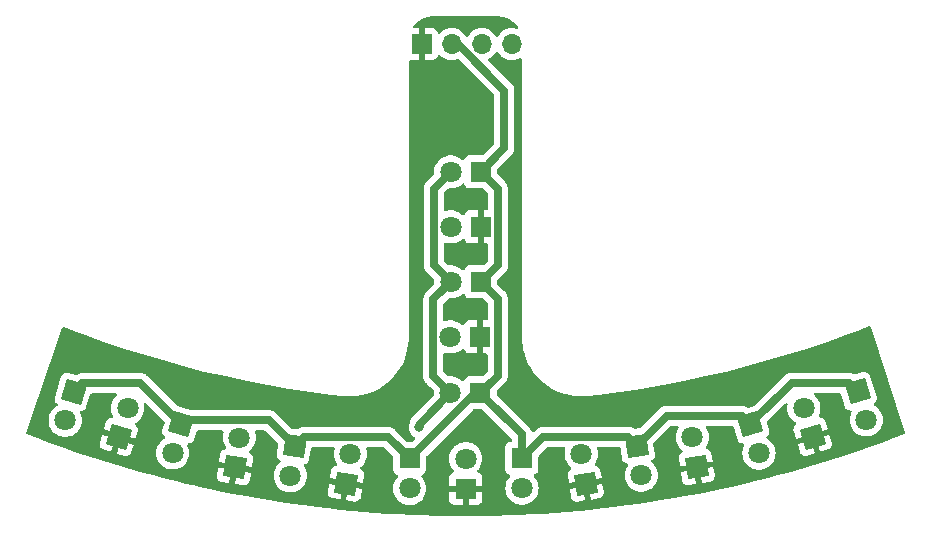
<source format=gbr>
%TF.GenerationSoftware,KiCad,Pcbnew,7.0.9*%
%TF.CreationDate,2025-05-06T13:12:28+09:00*%
%TF.ProjectId,Line_side&back,4c696e65-5f73-4696-9465-266261636b2e,rev?*%
%TF.SameCoordinates,Original*%
%TF.FileFunction,Copper,L2,Bot*%
%TF.FilePolarity,Positive*%
%FSLAX46Y46*%
G04 Gerber Fmt 4.6, Leading zero omitted, Abs format (unit mm)*
G04 Created by KiCad (PCBNEW 7.0.9) date 2025-05-06 13:12:28*
%MOMM*%
%LPD*%
G01*
G04 APERTURE LIST*
G04 Aperture macros list*
%AMRotRect*
0 Rectangle, with rotation*
0 The origin of the aperture is its center*
0 $1 length*
0 $2 width*
0 $3 Rotation angle, in degrees counterclockwise*
0 Add horizontal line*
21,1,$1,$2,0,0,$3*%
G04 Aperture macros list end*
%TA.AperFunction,ComponentPad*%
%ADD10RotRect,1.800000X1.800000X81.500000*%
%TD*%
%TA.AperFunction,ComponentPad*%
%ADD11C,1.800000*%
%TD*%
%TA.AperFunction,ComponentPad*%
%ADD12RotRect,1.800000X1.800000X253.000000*%
%TD*%
%TA.AperFunction,ComponentPad*%
%ADD13R,1.700000X1.700000*%
%TD*%
%TA.AperFunction,ComponentPad*%
%ADD14O,1.700000X1.700000*%
%TD*%
%TA.AperFunction,ComponentPad*%
%ADD15R,1.800000X1.800000*%
%TD*%
%TA.AperFunction,ComponentPad*%
%ADD16RotRect,1.800000X1.800000X107.000000*%
%TD*%
%TA.AperFunction,ComponentPad*%
%ADD17RotRect,1.800000X1.800000X287.000000*%
%TD*%
%TA.AperFunction,ComponentPad*%
%ADD18RotRect,1.800000X1.800000X98.500000*%
%TD*%
%TA.AperFunction,ComponentPad*%
%ADD19RotRect,1.800000X1.800000X73.000000*%
%TD*%
%TA.AperFunction,ComponentPad*%
%ADD20RotRect,1.800000X1.800000X278.500000*%
%TD*%
%TA.AperFunction,ComponentPad*%
%ADD21RotRect,1.800000X1.800000X261.500000*%
%TD*%
%TA.AperFunction,ViaPad*%
%ADD22C,0.800000*%
%TD*%
%TA.AperFunction,Conductor*%
%ADD23C,0.700000*%
%TD*%
G04 APERTURE END LIST*
D10*
%TO.P,D10,1,K*%
%TO.N,GND*%
X131534026Y-152678362D03*
D11*
%TO.P,D10,2,A*%
%TO.N,Net-(D10-A)*%
X131909462Y-150166262D03*
%TD*%
D12*
%TO.P,Q3,1,C*%
%TO.N,+3.3V*%
X117909496Y-146280516D03*
D11*
%TO.P,Q3,2,E*%
%TO.N,Net-(Q1-E)*%
X117166872Y-148709530D03*
%TD*%
D13*
%TO.P,J1,1,Pin_1*%
%TO.N,GND*%
X147360000Y-116860000D03*
D14*
%TO.P,J1,2,Pin_2*%
%TO.N,+3.3V*%
X149900000Y-116860000D03*
%TO.P,J1,3,Pin_3*%
%TO.N,Data_Line_sensor*%
X152440000Y-116860000D03*
%TO.P,J1,4,Pin_4*%
%TO.N,+5V*%
X154980000Y-116860000D03*
%TD*%
D15*
%TO.P,Q6,1,C*%
%TO.N,+3.3V*%
X155840000Y-151920000D03*
D11*
%TO.P,Q6,2,E*%
%TO.N,Net-(Q1-E)*%
X155840000Y-154460000D03*
%TD*%
D16*
%TO.P,D2,1,K*%
%TO.N,GND*%
X180451331Y-150092653D03*
D11*
%TO.P,D2,2,A*%
%TO.N,Net-(D2-A)*%
X179708707Y-147663639D03*
%TD*%
D17*
%TO.P,Q4,1,C*%
%TO.N,+3.3V*%
X184251947Y-146243260D03*
D11*
%TO.P,Q4,2,E*%
%TO.N,Net-(Q1-E)*%
X184994571Y-148672274D03*
%TD*%
D15*
%TO.P,D6,1,K*%
%TO.N,GND*%
X152365000Y-132330000D03*
D11*
%TO.P,D6,2,A*%
%TO.N,Net-(D6-A)*%
X149825000Y-132330000D03*
%TD*%
D18*
%TO.P,D3,1,K*%
%TO.N,GND*%
X170632337Y-152649416D03*
D11*
%TO.P,D3,2,A*%
%TO.N,Net-(D3-A)*%
X170256901Y-150137316D03*
%TD*%
D17*
%TO.P,Q8,1,C*%
%TO.N,+3.3V*%
X175163336Y-149042841D03*
D11*
%TO.P,Q8,2,E*%
%TO.N,Net-(Q1-E)*%
X175905960Y-151471855D03*
%TD*%
D19*
%TO.P,D8,1,K*%
%TO.N,GND*%
X121706396Y-150107858D03*
D11*
%TO.P,D8,2,A*%
%TO.N,Net-(D8-A)*%
X122449020Y-147678844D03*
%TD*%
D15*
%TO.P,Q16,1,C*%
%TO.N,+3.3V*%
X152345000Y-127660000D03*
D11*
%TO.P,Q16,2,E*%
%TO.N,Net-(Q1-E)*%
X149805000Y-127660000D03*
%TD*%
D15*
%TO.P,Q7,1,C*%
%TO.N,+3.3V*%
X152355000Y-136980000D03*
D11*
%TO.P,Q7,2,E*%
%TO.N,Net-(Q1-E)*%
X149815000Y-136980000D03*
%TD*%
D10*
%TO.P,D1,1,K*%
%TO.N,GND*%
X140942523Y-154064249D03*
D11*
%TO.P,D1,2,A*%
%TO.N,Net-(D1-A)*%
X141317959Y-151552149D03*
%TD*%
D15*
%TO.P,D5,1,K*%
%TO.N,GND*%
X151080000Y-154490000D03*
D11*
%TO.P,D5,2,A*%
%TO.N,Net-(D5-A)*%
X151080000Y-151950000D03*
%TD*%
D20*
%TO.P,Q10,1,C*%
%TO.N,+3.3V*%
X165570444Y-150847823D03*
D11*
%TO.P,Q10,2,E*%
%TO.N,Net-(Q1-E)*%
X165945880Y-153359923D03*
%TD*%
D15*
%TO.P,D7,1,K*%
%TO.N,GND*%
X152325000Y-141640000D03*
D11*
%TO.P,D7,2,A*%
%TO.N,Net-(D7-A)*%
X149785000Y-141640000D03*
%TD*%
D21*
%TO.P,Q5,1,C*%
%TO.N,+3.3V*%
X136605809Y-150878247D03*
D11*
%TO.P,Q5,2,E*%
%TO.N,Net-(Q1-E)*%
X136230373Y-153390347D03*
%TD*%
D18*
%TO.P,D4,1,K*%
%TO.N,GND*%
X161229752Y-154074864D03*
D11*
%TO.P,D4,2,A*%
%TO.N,Net-(D4-A)*%
X160854316Y-151562764D03*
%TD*%
D15*
%TO.P,Q1,1,C*%
%TO.N,+3.3V*%
X146330000Y-151940000D03*
D11*
%TO.P,Q1,2,E*%
%TO.N,Net-(Q1-E)*%
X146330000Y-154480000D03*
%TD*%
D15*
%TO.P,Q15,1,C*%
%TO.N,+3.3V*%
X152330000Y-146380000D03*
D11*
%TO.P,Q15,2,E*%
%TO.N,Net-(Q1-E)*%
X149790000Y-146380000D03*
%TD*%
D12*
%TO.P,Q14,1,C*%
%TO.N,+3.3V*%
X127009802Y-149041844D03*
D11*
%TO.P,Q14,2,E*%
%TO.N,Net-(Q1-E)*%
X126267178Y-151470858D03*
%TD*%
D22*
%TO.N,GND*%
X152450000Y-125730000D03*
X155350000Y-141270000D03*
X155400000Y-131670000D03*
X152390000Y-134210000D03*
%TO.N,Net-(Q1-E)*%
X147160000Y-149300000D03*
%TD*%
D23*
%TO.N,+3.3V*%
X154350000Y-125655000D02*
X152345000Y-127660000D01*
X168096189Y-148322078D02*
X165570444Y-150847823D01*
X152330000Y-146380000D02*
X151890000Y-146380000D01*
X157647236Y-150112764D02*
X155840000Y-151920000D01*
X134443824Y-148716262D02*
X127335384Y-148716262D01*
X152355000Y-136980000D02*
X153815000Y-135520000D01*
X165570444Y-150847823D02*
X164835385Y-150112764D01*
X146330000Y-151940000D02*
X144492149Y-150102149D01*
X183531184Y-145522497D02*
X178683680Y-145522497D01*
X149900000Y-116860000D02*
X150410000Y-116860000D01*
X178683680Y-145522497D02*
X175163336Y-149042841D01*
X127009802Y-149041844D02*
X123527711Y-145559753D01*
X152330000Y-146380000D02*
X153775000Y-144935000D01*
X153815000Y-135520000D02*
X153815000Y-129130000D01*
X118630259Y-145559753D02*
X117909496Y-146280516D01*
X184251947Y-146243260D02*
X183531184Y-145522497D01*
X127335384Y-148716262D02*
X127009802Y-149041844D01*
X150410000Y-116860000D02*
X154350000Y-120800000D01*
X155840000Y-151920000D02*
X155840000Y-149890000D01*
X136605809Y-150878247D02*
X134443824Y-148716262D01*
X164835385Y-150112764D02*
X157647236Y-150112764D01*
X153775000Y-144935000D02*
X153775000Y-138400000D01*
X175163336Y-149042841D02*
X174442573Y-148322078D01*
X151890000Y-146380000D02*
X146330000Y-151940000D01*
X153775000Y-138400000D02*
X152355000Y-136980000D01*
X144492149Y-150102149D02*
X137381907Y-150102149D01*
X155840000Y-149890000D02*
X152330000Y-146380000D01*
X154350000Y-120800000D02*
X154350000Y-125655000D01*
X153815000Y-129130000D02*
X152345000Y-127660000D01*
X174442573Y-148322078D02*
X168096189Y-148322078D01*
X123527711Y-145559753D02*
X118630259Y-145559753D01*
X137381907Y-150102149D02*
X136605809Y-150878247D01*
%TO.N,Net-(Q1-E)*%
X149805000Y-127660000D02*
X148375000Y-129090000D01*
X147190000Y-148980000D02*
X147160000Y-149300000D01*
X148375000Y-129090000D02*
X148375000Y-135540000D01*
X147160000Y-149300000D02*
X147190000Y-149190000D01*
X149815000Y-136980000D02*
X148335000Y-138460000D01*
X148335000Y-138460000D02*
X148335000Y-144925000D01*
X148375000Y-135540000D02*
X149815000Y-136980000D01*
X148335000Y-144925000D02*
X149790000Y-146380000D01*
X149790000Y-146380000D02*
X147190000Y-148980000D01*
%TD*%
%TA.AperFunction,Conductor*%
%TO.N,GND*%
G36*
X147610000Y-118210000D02*
G01*
X148257828Y-118210000D01*
X148257844Y-118209999D01*
X148317372Y-118203598D01*
X148317379Y-118203596D01*
X148452086Y-118153354D01*
X148452093Y-118153350D01*
X148567187Y-118067190D01*
X148567190Y-118067187D01*
X148653350Y-117952093D01*
X148653354Y-117952086D01*
X148702422Y-117820529D01*
X148744293Y-117764595D01*
X148809757Y-117740178D01*
X148878030Y-117755030D01*
X148906285Y-117776181D01*
X149028599Y-117898495D01*
X149105135Y-117952086D01*
X149222165Y-118034032D01*
X149222167Y-118034033D01*
X149222170Y-118034035D01*
X149436337Y-118133903D01*
X149664592Y-118195063D01*
X149835319Y-118210000D01*
X149899999Y-118215659D01*
X149900000Y-118215659D01*
X149900001Y-118215659D01*
X149964681Y-118210000D01*
X150135408Y-118195063D01*
X150363663Y-118133903D01*
X150365068Y-118133248D01*
X150365746Y-118133144D01*
X150368749Y-118132052D01*
X150368968Y-118132655D01*
X150434146Y-118122753D01*
X150497930Y-118151271D01*
X150505158Y-118157947D01*
X153463181Y-121115970D01*
X153496666Y-121177293D01*
X153499500Y-121203651D01*
X153499500Y-125251348D01*
X153479815Y-125318387D01*
X153463181Y-125339029D01*
X152579028Y-126223181D01*
X152517705Y-126256666D01*
X152491347Y-126259500D01*
X151397129Y-126259500D01*
X151397123Y-126259501D01*
X151337516Y-126265908D01*
X151202671Y-126316202D01*
X151202664Y-126316206D01*
X151087455Y-126402452D01*
X151087452Y-126402455D01*
X151001206Y-126517664D01*
X151001203Y-126517670D01*
X150972544Y-126594508D01*
X150930672Y-126650441D01*
X150865208Y-126674858D01*
X150796935Y-126660006D01*
X150765135Y-126635158D01*
X150756784Y-126626087D01*
X150756778Y-126626082D01*
X150756777Y-126626081D01*
X150573634Y-126483535D01*
X150573628Y-126483531D01*
X150369504Y-126373064D01*
X150369495Y-126373061D01*
X150149984Y-126297702D01*
X149959450Y-126265908D01*
X149921049Y-126259500D01*
X149688951Y-126259500D01*
X149650550Y-126265908D01*
X149460015Y-126297702D01*
X149240504Y-126373061D01*
X149240495Y-126373064D01*
X149036371Y-126483531D01*
X149036365Y-126483535D01*
X148853222Y-126626081D01*
X148853219Y-126626084D01*
X148853216Y-126626086D01*
X148853216Y-126626087D01*
X148808319Y-126674858D01*
X148696016Y-126796852D01*
X148569075Y-126991151D01*
X148475842Y-127203699D01*
X148418866Y-127428691D01*
X148418864Y-127428702D01*
X148399700Y-127659993D01*
X148399700Y-127659995D01*
X148410450Y-127789736D01*
X148396368Y-127858172D01*
X148374554Y-127887656D01*
X147799830Y-128462380D01*
X147796127Y-128465794D01*
X147753898Y-128501665D01*
X147704909Y-128566108D01*
X147654155Y-128629249D01*
X147653649Y-128630041D01*
X147642469Y-128648066D01*
X147641944Y-128648938D01*
X147607939Y-128722439D01*
X147571963Y-128794980D01*
X147571582Y-128796017D01*
X147564580Y-128815906D01*
X147564267Y-128816833D01*
X147546858Y-128895926D01*
X147527314Y-128974513D01*
X147527191Y-128975416D01*
X147524607Y-128996516D01*
X147524500Y-128997501D01*
X147524500Y-129078468D01*
X147522306Y-129159438D01*
X147522389Y-129160447D01*
X147524500Y-129182649D01*
X147524500Y-135502911D01*
X147524295Y-135507945D01*
X147519798Y-135563163D01*
X147530729Y-135643392D01*
X147539486Y-135723913D01*
X147539710Y-135724930D01*
X147544525Y-135745473D01*
X147544773Y-135746470D01*
X147572700Y-135822486D01*
X147598557Y-135899223D01*
X147599001Y-135900185D01*
X147608146Y-135919266D01*
X147608564Y-135920109D01*
X147608567Y-135920114D01*
X147608568Y-135920116D01*
X147634741Y-135961064D01*
X147652184Y-135988353D01*
X147693930Y-136057736D01*
X147694538Y-136058536D01*
X147707578Y-136075216D01*
X147708201Y-136075991D01*
X147765458Y-136133248D01*
X147821149Y-136192040D01*
X147821950Y-136192720D01*
X147839118Y-136206907D01*
X148384554Y-136752342D01*
X148418039Y-136813665D01*
X148420450Y-136850262D01*
X148409700Y-136980000D01*
X148420450Y-137109735D01*
X148406368Y-137178171D01*
X148384554Y-137207655D01*
X147759830Y-137832380D01*
X147756127Y-137835794D01*
X147722909Y-137864011D01*
X147713898Y-137871665D01*
X147664909Y-137936108D01*
X147614155Y-137999249D01*
X147613649Y-138000041D01*
X147602469Y-138018066D01*
X147601944Y-138018938D01*
X147567939Y-138092439D01*
X147531963Y-138164980D01*
X147531582Y-138166017D01*
X147524580Y-138185906D01*
X147524267Y-138186833D01*
X147506858Y-138265926D01*
X147487314Y-138344513D01*
X147487191Y-138345416D01*
X147484607Y-138366516D01*
X147484500Y-138367501D01*
X147484500Y-138448468D01*
X147482306Y-138529438D01*
X147482389Y-138530447D01*
X147484500Y-138552649D01*
X147484500Y-144887911D01*
X147484295Y-144892945D01*
X147479798Y-144948163D01*
X147490729Y-145028392D01*
X147499486Y-145108913D01*
X147499710Y-145109930D01*
X147504525Y-145130473D01*
X147504773Y-145131470D01*
X147532700Y-145207486D01*
X147553077Y-145267962D01*
X147558557Y-145284223D01*
X147559001Y-145285185D01*
X147568146Y-145304266D01*
X147568564Y-145305109D01*
X147568567Y-145305114D01*
X147568568Y-145305116D01*
X147610323Y-145370441D01*
X147612184Y-145373353D01*
X147653930Y-145442736D01*
X147654538Y-145443536D01*
X147667578Y-145460216D01*
X147668201Y-145460991D01*
X147725458Y-145518248D01*
X147781149Y-145577040D01*
X147781950Y-145577720D01*
X147799118Y-145591907D01*
X148084070Y-145876859D01*
X148359554Y-146152342D01*
X148393039Y-146213665D01*
X148395450Y-146250262D01*
X148384700Y-146380000D01*
X148395450Y-146509736D01*
X148381368Y-146578172D01*
X148359554Y-146607656D01*
X146648955Y-148318254D01*
X146632387Y-148332155D01*
X146626528Y-148336256D01*
X146626526Y-148336257D01*
X146576005Y-148391205D01*
X146555997Y-148411214D01*
X146555991Y-148411221D01*
X146546084Y-148423545D01*
X146543402Y-148426663D01*
X146501315Y-148472438D01*
X146491696Y-148488977D01*
X146481159Y-148504314D01*
X146469163Y-148519238D01*
X146469157Y-148519247D01*
X146441524Y-148574964D01*
X146439574Y-148578589D01*
X146408304Y-148632353D01*
X146402459Y-148650590D01*
X146395468Y-148667830D01*
X146386964Y-148684978D01*
X146386962Y-148684982D01*
X146380055Y-148712759D01*
X146371951Y-148745343D01*
X146370830Y-148749286D01*
X146351847Y-148808518D01*
X146351847Y-148808521D01*
X146350059Y-148827580D01*
X146346939Y-148845914D01*
X146344602Y-148855315D01*
X146342316Y-148864507D01*
X146342315Y-148864510D01*
X146341658Y-148888768D01*
X146333426Y-148925080D01*
X146334829Y-148925536D01*
X146302207Y-149025937D01*
X146274326Y-149111744D01*
X146254540Y-149300000D01*
X146274326Y-149488256D01*
X146274327Y-149488259D01*
X146332818Y-149668277D01*
X146332821Y-149668284D01*
X146427467Y-149832216D01*
X146484904Y-149896006D01*
X146554129Y-149972888D01*
X146707265Y-150084148D01*
X146707267Y-150084149D01*
X146707270Y-150084151D01*
X146733276Y-150095729D01*
X146786511Y-150140978D01*
X146806833Y-150207827D01*
X146787788Y-150275051D01*
X146770520Y-150296689D01*
X146564029Y-150503181D01*
X146502706Y-150536666D01*
X146476348Y-150539500D01*
X146183651Y-150539500D01*
X146116612Y-150519815D01*
X146095970Y-150503181D01*
X145627360Y-150034571D01*
X145119756Y-149526967D01*
X145116353Y-149523275D01*
X145104979Y-149509884D01*
X145080486Y-149481049D01*
X145052086Y-149459460D01*
X145016040Y-149432058D01*
X144952908Y-149381311D01*
X144952907Y-149381310D01*
X144952903Y-149381307D01*
X144952897Y-149381304D01*
X144952003Y-149380732D01*
X144934168Y-149369669D01*
X144933213Y-149369095D01*
X144859709Y-149335088D01*
X144787176Y-149299115D01*
X144786130Y-149298731D01*
X144766309Y-149291751D01*
X144765313Y-149291415D01*
X144686222Y-149274007D01*
X144607643Y-149254464D01*
X144606733Y-149254340D01*
X144585655Y-149251759D01*
X144584650Y-149251650D01*
X144584646Y-149251649D01*
X144584641Y-149251649D01*
X144503680Y-149251649D01*
X144422713Y-149249455D01*
X144421669Y-149249540D01*
X144399501Y-149251649D01*
X137418994Y-149251649D01*
X137413959Y-149251444D01*
X137358742Y-149246947D01*
X137358735Y-149246948D01*
X137278514Y-149257878D01*
X137197999Y-149266634D01*
X137197038Y-149266846D01*
X137176378Y-149271687D01*
X137175441Y-149271920D01*
X137099420Y-149299849D01*
X137022691Y-149325702D01*
X137021827Y-149326102D01*
X137002628Y-149335301D01*
X137001788Y-149335718D01*
X136933566Y-149379325D01*
X136864175Y-149421076D01*
X136863396Y-149421668D01*
X136846671Y-149434744D01*
X136845913Y-149435353D01*
X136835534Y-149445732D01*
X136774209Y-149479213D01*
X136729531Y-149480683D01*
X136395510Y-149430763D01*
X136332116Y-149401386D01*
X136326157Y-149395806D01*
X135707269Y-148776918D01*
X135071431Y-148141080D01*
X135068028Y-148137388D01*
X135032160Y-148095161D01*
X134967715Y-148046171D01*
X134904583Y-147995424D01*
X134904582Y-147995423D01*
X134904578Y-147995420D01*
X134904572Y-147995417D01*
X134903678Y-147994845D01*
X134885843Y-147983782D01*
X134884888Y-147983208D01*
X134811384Y-147949201D01*
X134738851Y-147913228D01*
X134737805Y-147912844D01*
X134717984Y-147905864D01*
X134716988Y-147905528D01*
X134637897Y-147888120D01*
X134559318Y-147868577D01*
X134558408Y-147868453D01*
X134537330Y-147865872D01*
X134536325Y-147865763D01*
X134536321Y-147865762D01*
X134536316Y-147865762D01*
X134455355Y-147865762D01*
X134374388Y-147863568D01*
X134373344Y-147863653D01*
X134351176Y-147865762D01*
X127971679Y-147865762D01*
X127935425Y-147860344D01*
X127933305Y-147859696D01*
X127504392Y-147728564D01*
X126662419Y-147471147D01*
X126610992Y-147440246D01*
X125404396Y-146233650D01*
X124155318Y-144984571D01*
X124151915Y-144980879D01*
X124116047Y-144938652D01*
X124051602Y-144889662D01*
X123988470Y-144838915D01*
X123988469Y-144838914D01*
X123988465Y-144838911D01*
X123988459Y-144838908D01*
X123987565Y-144838336D01*
X123969730Y-144827273D01*
X123968775Y-144826699D01*
X123895271Y-144792692D01*
X123822738Y-144756719D01*
X123821692Y-144756335D01*
X123801871Y-144749355D01*
X123800875Y-144749019D01*
X123721784Y-144731611D01*
X123643205Y-144712068D01*
X123642295Y-144711944D01*
X123621217Y-144709363D01*
X123620212Y-144709254D01*
X123620208Y-144709253D01*
X123620203Y-144709253D01*
X123539242Y-144709253D01*
X123458275Y-144707059D01*
X123457231Y-144707144D01*
X123435063Y-144709253D01*
X118667346Y-144709253D01*
X118662311Y-144709048D01*
X118607094Y-144704551D01*
X118607087Y-144704552D01*
X118526866Y-144715482D01*
X118446351Y-144724238D01*
X118445390Y-144724450D01*
X118424730Y-144729291D01*
X118423793Y-144729524D01*
X118347772Y-144757453D01*
X118271043Y-144783306D01*
X118270179Y-144783706D01*
X118250971Y-144792910D01*
X118250144Y-144793319D01*
X118181903Y-144836938D01*
X118160509Y-144849809D01*
X118092917Y-144867503D01*
X118060330Y-144862139D01*
X117412509Y-144664081D01*
X117353629Y-144652781D01*
X117353628Y-144652781D01*
X117317712Y-144654948D01*
X117209964Y-144661452D01*
X117209959Y-144661453D01*
X117074572Y-144710246D01*
X117010029Y-144757453D01*
X116958403Y-144795212D01*
X116958402Y-144795213D01*
X116958401Y-144795213D01*
X116870879Y-144909461D01*
X116847322Y-144964593D01*
X116847319Y-144964603D01*
X116293061Y-146777502D01*
X116281761Y-146836382D01*
X116290432Y-146980047D01*
X116290433Y-146980052D01*
X116339226Y-147115439D01*
X116339227Y-147115441D01*
X116339228Y-147115442D01*
X116424192Y-147231609D01*
X116424193Y-147231609D01*
X116424193Y-147231610D01*
X116492112Y-147283640D01*
X116533360Y-147340035D01*
X116537570Y-147409778D01*
X116503406Y-147470726D01*
X116475723Y-147491130D01*
X116398248Y-147533058D01*
X116398237Y-147533065D01*
X116215094Y-147675611D01*
X116215091Y-147675614D01*
X116215088Y-147675616D01*
X116215088Y-147675617D01*
X116212112Y-147678850D01*
X116057888Y-147846382D01*
X115930947Y-148040681D01*
X115837714Y-148253229D01*
X115780738Y-148478221D01*
X115780736Y-148478232D01*
X115761572Y-148709523D01*
X115761572Y-148709536D01*
X115780736Y-148940827D01*
X115780738Y-148940838D01*
X115837714Y-149165830D01*
X115930947Y-149378378D01*
X116057888Y-149572677D01*
X116057891Y-149572681D01*
X116057893Y-149572683D01*
X116215088Y-149743443D01*
X116215091Y-149743445D01*
X116215094Y-149743448D01*
X116398237Y-149885994D01*
X116398243Y-149885998D01*
X116398246Y-149886000D01*
X116602369Y-149996466D01*
X116713365Y-150034571D01*
X116821887Y-150071827D01*
X116821889Y-150071827D01*
X116821891Y-150071828D01*
X117050823Y-150110030D01*
X117050824Y-150110030D01*
X117282920Y-150110030D01*
X117282921Y-150110030D01*
X117511853Y-150071828D01*
X117731375Y-149996466D01*
X117935498Y-149886000D01*
X118118656Y-149743443D01*
X118275851Y-149572683D01*
X118278555Y-149568545D01*
X118299331Y-149536744D01*
X118402796Y-149378379D01*
X118496029Y-149165830D01*
X118553006Y-148940835D01*
X118554274Y-148925536D01*
X118572172Y-148709536D01*
X118572172Y-148709523D01*
X118553007Y-148478232D01*
X118553005Y-148478221D01*
X118496029Y-148253229D01*
X118419260Y-148078215D01*
X118410357Y-148008915D01*
X118440334Y-147945803D01*
X118499673Y-147908916D01*
X118525338Y-147904631D01*
X118609025Y-147899580D01*
X118609028Y-147899578D01*
X118609032Y-147899578D01*
X118744419Y-147850785D01*
X118744418Y-147850785D01*
X118744422Y-147850784D01*
X118860589Y-147765820D01*
X118948112Y-147651570D01*
X118971670Y-147596438D01*
X119307495Y-146497997D01*
X119345920Y-146439644D01*
X119409794Y-146411327D01*
X119426077Y-146410253D01*
X121437551Y-146410253D01*
X121504590Y-146429938D01*
X121550345Y-146482742D01*
X121560289Y-146551900D01*
X121531264Y-146615456D01*
X121513715Y-146632104D01*
X121497236Y-146644931D01*
X121481957Y-146661528D01*
X121340036Y-146815696D01*
X121213095Y-147009995D01*
X121119862Y-147222543D01*
X121062886Y-147447535D01*
X121062884Y-147447546D01*
X121043720Y-147678837D01*
X121043720Y-147678850D01*
X121062884Y-147910141D01*
X121062886Y-147910152D01*
X121119862Y-148135144D01*
X121196845Y-148310646D01*
X121205748Y-148379946D01*
X121175771Y-148443058D01*
X121116431Y-148479945D01*
X121090761Y-148484231D01*
X121006969Y-148489289D01*
X120871706Y-148538036D01*
X120755657Y-148622912D01*
X120755654Y-148622915D01*
X120668219Y-148737050D01*
X120644687Y-148792123D01*
X120644684Y-148792134D01*
X120440660Y-149459460D01*
X121420687Y-149759084D01*
X121350598Y-149824118D01*
X121282771Y-149941598D01*
X121252586Y-150073850D01*
X121262723Y-150209123D01*
X121273655Y-150236978D01*
X120294475Y-149937612D01*
X120090451Y-150604948D01*
X120079163Y-150663766D01*
X120087827Y-150807284D01*
X120136574Y-150942547D01*
X120221450Y-151058596D01*
X120221453Y-151058599D01*
X120335588Y-151146034D01*
X120390661Y-151169566D01*
X120390672Y-151169569D01*
X121057998Y-151373591D01*
X121357913Y-150392617D01*
X121396861Y-150441457D01*
X121508943Y-150517874D01*
X121638569Y-150557858D01*
X121740120Y-150557858D01*
X121834591Y-150543618D01*
X121536150Y-151519776D01*
X122203486Y-151723802D01*
X122262304Y-151735090D01*
X122405822Y-151726426D01*
X122541085Y-151677679D01*
X122657134Y-151592803D01*
X122657137Y-151592800D01*
X122744572Y-151478665D01*
X122768104Y-151423592D01*
X122768107Y-151423581D01*
X122972130Y-150756254D01*
X121992105Y-150456629D01*
X122062194Y-150391598D01*
X122130021Y-150274118D01*
X122160206Y-150141866D01*
X122150069Y-150006593D01*
X122139136Y-149978736D01*
X123118314Y-150278101D01*
X123322340Y-149610767D01*
X123333628Y-149551949D01*
X123324964Y-149408431D01*
X123276217Y-149273168D01*
X123191341Y-149157119D01*
X123191337Y-149157115D01*
X123123297Y-149104992D01*
X123082050Y-149048597D01*
X123077840Y-148978854D01*
X123112004Y-148917907D01*
X123139687Y-148897503D01*
X123217646Y-148855314D01*
X123229716Y-148845920D01*
X123318355Y-148776929D01*
X123400804Y-148712757D01*
X123557999Y-148541997D01*
X123684944Y-148347693D01*
X123778177Y-148135144D01*
X123835154Y-147910149D01*
X123835155Y-147910141D01*
X123854320Y-147678850D01*
X123854320Y-147678837D01*
X123835155Y-147447546D01*
X123835151Y-147447526D01*
X123817675Y-147378514D01*
X123820299Y-147308693D01*
X123860255Y-147251376D01*
X123924856Y-147224759D01*
X123993592Y-147237293D01*
X124025561Y-147260392D01*
X125553902Y-148788733D01*
X125587387Y-148850056D01*
X125584803Y-148912668D01*
X125393367Y-149538830D01*
X125382067Y-149597710D01*
X125390738Y-149741375D01*
X125390739Y-149741380D01*
X125439532Y-149876767D01*
X125439533Y-149876769D01*
X125439534Y-149876770D01*
X125524498Y-149992937D01*
X125524499Y-149992937D01*
X125524499Y-149992938D01*
X125592418Y-150044968D01*
X125633666Y-150101363D01*
X125637876Y-150171106D01*
X125603712Y-150232054D01*
X125576029Y-150252458D01*
X125498554Y-150294386D01*
X125498543Y-150294393D01*
X125315400Y-150436939D01*
X125315397Y-150436942D01*
X125315394Y-150436944D01*
X125315394Y-150436945D01*
X125272201Y-150483865D01*
X125158194Y-150607710D01*
X125031253Y-150802009D01*
X124938020Y-151014557D01*
X124881044Y-151239549D01*
X124881042Y-151239560D01*
X124861878Y-151470851D01*
X124861878Y-151470864D01*
X124881042Y-151702155D01*
X124881044Y-151702166D01*
X124938020Y-151927158D01*
X125031253Y-152139706D01*
X125158194Y-152334005D01*
X125158197Y-152334009D01*
X125158199Y-152334011D01*
X125315394Y-152504771D01*
X125315397Y-152504773D01*
X125315400Y-152504776D01*
X125498543Y-152647322D01*
X125498549Y-152647326D01*
X125498552Y-152647328D01*
X125702675Y-152757794D01*
X125806925Y-152793583D01*
X125922193Y-152833155D01*
X125922195Y-152833155D01*
X125922197Y-152833156D01*
X126151129Y-152871358D01*
X126151130Y-152871358D01*
X126383226Y-152871358D01*
X126383227Y-152871358D01*
X126612159Y-152833156D01*
X126831681Y-152757794D01*
X127035804Y-152647328D01*
X127037945Y-152645662D01*
X127148222Y-152559830D01*
X127218962Y-152504771D01*
X127376157Y-152334011D01*
X127503102Y-152139707D01*
X127596335Y-151927158D01*
X127653312Y-151702163D01*
X127655341Y-151677679D01*
X127672478Y-151470864D01*
X127672478Y-151470851D01*
X127653313Y-151239560D01*
X127653311Y-151239549D01*
X127596335Y-151014557D01*
X127519566Y-150839543D01*
X127510663Y-150770243D01*
X127540640Y-150707131D01*
X127599979Y-150670244D01*
X127625644Y-150665959D01*
X127709331Y-150660908D01*
X127709334Y-150660906D01*
X127709338Y-150660906D01*
X127826526Y-150618671D01*
X127844728Y-150612112D01*
X127960895Y-150527148D01*
X128048418Y-150412898D01*
X128071976Y-150357766D01*
X128286983Y-149654506D01*
X128325408Y-149596153D01*
X128389282Y-149567836D01*
X128405565Y-149566762D01*
X130457253Y-149566762D01*
X130524292Y-149586447D01*
X130570047Y-149639251D01*
X130579991Y-149708409D01*
X130577458Y-149721203D01*
X130523330Y-149934944D01*
X130523326Y-149934964D01*
X130504162Y-150166255D01*
X130504162Y-150166268D01*
X130523326Y-150397559D01*
X130523328Y-150397570D01*
X130580304Y-150622562D01*
X130673537Y-150835110D01*
X130764406Y-150974196D01*
X130784594Y-151041085D01*
X130765413Y-151108271D01*
X130712954Y-151154421D01*
X130686283Y-151163327D01*
X130603045Y-151180951D01*
X130476468Y-151249160D01*
X130374240Y-151350257D01*
X130304636Y-151476061D01*
X130304634Y-151476066D01*
X130289502Y-151534010D01*
X130186356Y-152224173D01*
X131198846Y-152375491D01*
X131178228Y-152394622D01*
X131110401Y-152512102D01*
X131080216Y-152644354D01*
X131090353Y-152779627D01*
X131125876Y-152870139D01*
X130112450Y-152718681D01*
X130009306Y-153408842D01*
X130009306Y-153408845D01*
X130006836Y-153468689D01*
X130006836Y-153468690D01*
X130036616Y-153609344D01*
X130104824Y-153735919D01*
X130205921Y-153838147D01*
X130331725Y-153907751D01*
X130331730Y-153907753D01*
X130389671Y-153922884D01*
X130389677Y-153922886D01*
X131079837Y-154026030D01*
X131230753Y-153016230D01*
X131336573Y-153088378D01*
X131466199Y-153128362D01*
X131567750Y-153128362D01*
X131668164Y-153113227D01*
X131725970Y-153085388D01*
X131574345Y-154099935D01*
X132264508Y-154203081D01*
X132324353Y-154205551D01*
X132324354Y-154205551D01*
X132465008Y-154175771D01*
X132591583Y-154107563D01*
X132693811Y-154006466D01*
X132763415Y-153880662D01*
X132763417Y-153880657D01*
X132778548Y-153822716D01*
X132778550Y-153822710D01*
X132881695Y-153132549D01*
X131869207Y-152981230D01*
X131889824Y-152962102D01*
X131957651Y-152844622D01*
X131987836Y-152712370D01*
X131977699Y-152577097D01*
X131942174Y-152486582D01*
X132955599Y-152638040D01*
X133058745Y-151947881D01*
X133058745Y-151947878D01*
X133061215Y-151888034D01*
X133061215Y-151888033D01*
X133031435Y-151747379D01*
X132963227Y-151620804D01*
X132862129Y-151518575D01*
X132786897Y-151476951D01*
X132737767Y-151427272D01*
X132723295Y-151358918D01*
X132748075Y-151293590D01*
X132770761Y-151270601D01*
X132861246Y-151200175D01*
X133018441Y-151029415D01*
X133145386Y-150835111D01*
X133238619Y-150622562D01*
X133295596Y-150397567D01*
X133296091Y-150391598D01*
X133314762Y-150166268D01*
X133314762Y-150166255D01*
X133295597Y-149934964D01*
X133295593Y-149934944D01*
X133241466Y-149721203D01*
X133244090Y-149651382D01*
X133284046Y-149594065D01*
X133348647Y-149567448D01*
X133361671Y-149566762D01*
X134040173Y-149566762D01*
X134107212Y-149586447D01*
X134127854Y-149603081D01*
X134651434Y-150126661D01*
X135173288Y-150648514D01*
X135206773Y-150709837D01*
X135208245Y-150754523D01*
X135080589Y-151608697D01*
X135078115Y-151668601D01*
X135078115Y-151668607D01*
X135107925Y-151809403D01*
X135107925Y-151809404D01*
X135107926Y-151809405D01*
X135176199Y-151936103D01*
X135176201Y-151936105D01*
X135277393Y-152038429D01*
X135277398Y-152038433D01*
X135277400Y-152038435D01*
X135352510Y-152079991D01*
X135401638Y-152129668D01*
X135416111Y-152198022D01*
X135391331Y-152263350D01*
X135368641Y-152286343D01*
X135278591Y-152356432D01*
X135278589Y-152356433D01*
X135278589Y-152356434D01*
X135261022Y-152375517D01*
X135121389Y-152527199D01*
X134994448Y-152721498D01*
X134901215Y-152934046D01*
X134844239Y-153159038D01*
X134844237Y-153159049D01*
X134825073Y-153390340D01*
X134825073Y-153390353D01*
X134844237Y-153621644D01*
X134844239Y-153621655D01*
X134901215Y-153846647D01*
X134994448Y-154059195D01*
X135121389Y-154253494D01*
X135121392Y-154253498D01*
X135121394Y-154253500D01*
X135278589Y-154424260D01*
X135278592Y-154424262D01*
X135278595Y-154424265D01*
X135461738Y-154566811D01*
X135461744Y-154566815D01*
X135461747Y-154566817D01*
X135665870Y-154677283D01*
X135779860Y-154716415D01*
X135885388Y-154752644D01*
X135885390Y-154752644D01*
X135885392Y-154752645D01*
X136114324Y-154790847D01*
X136114325Y-154790847D01*
X136346421Y-154790847D01*
X136346422Y-154790847D01*
X136575354Y-154752645D01*
X136794876Y-154677283D01*
X136998999Y-154566817D01*
X137038091Y-154536391D01*
X137110551Y-154479993D01*
X137182157Y-154424260D01*
X137339352Y-154253500D01*
X137466297Y-154059196D01*
X137559530Y-153846647D01*
X137616507Y-153621652D01*
X137616905Y-153616847D01*
X137635673Y-153390353D01*
X137635673Y-153390340D01*
X137616508Y-153159049D01*
X137616506Y-153159038D01*
X137559530Y-152934046D01*
X137466297Y-152721498D01*
X137375721Y-152582860D01*
X137355533Y-152515971D01*
X137374714Y-152448785D01*
X137427173Y-152402635D01*
X137453842Y-152393729D01*
X137536967Y-152376130D01*
X137663665Y-152307857D01*
X137765997Y-152206656D01*
X137835672Y-152080723D01*
X137850821Y-152022716D01*
X137994950Y-151058320D01*
X138024327Y-150994927D01*
X138083314Y-150957480D01*
X138117588Y-150952649D01*
X139865750Y-150952649D01*
X139932789Y-150972334D01*
X139978544Y-151025138D01*
X139988488Y-151094296D01*
X139985955Y-151107090D01*
X139931827Y-151320831D01*
X139931823Y-151320851D01*
X139912659Y-151552142D01*
X139912659Y-151552155D01*
X139931823Y-151783446D01*
X139931825Y-151783457D01*
X139988801Y-152008449D01*
X140082034Y-152220997D01*
X140172903Y-152360083D01*
X140193091Y-152426972D01*
X140173910Y-152494158D01*
X140121451Y-152540308D01*
X140094780Y-152549214D01*
X140011542Y-152566838D01*
X139884965Y-152635047D01*
X139782737Y-152736144D01*
X139713133Y-152861948D01*
X139713131Y-152861953D01*
X139697999Y-152919897D01*
X139594853Y-153610060D01*
X140607343Y-153761378D01*
X140586725Y-153780509D01*
X140518898Y-153897989D01*
X140488713Y-154030241D01*
X140498850Y-154165514D01*
X140534373Y-154256026D01*
X139520947Y-154104568D01*
X139417803Y-154794729D01*
X139417803Y-154794732D01*
X139415333Y-154854576D01*
X139415333Y-154854577D01*
X139445113Y-154995231D01*
X139513321Y-155121806D01*
X139614418Y-155224034D01*
X139740222Y-155293638D01*
X139740227Y-155293640D01*
X139798168Y-155308771D01*
X139798174Y-155308773D01*
X140488334Y-155411917D01*
X140639250Y-154402117D01*
X140745070Y-154474265D01*
X140874696Y-154514249D01*
X140976247Y-154514249D01*
X141076661Y-154499114D01*
X141134467Y-154471275D01*
X140982842Y-155485822D01*
X141673005Y-155588968D01*
X141732850Y-155591438D01*
X141732851Y-155591438D01*
X141873505Y-155561658D01*
X142000080Y-155493450D01*
X142102308Y-155392353D01*
X142171912Y-155266549D01*
X142171914Y-155266544D01*
X142187045Y-155208603D01*
X142187047Y-155208597D01*
X142290192Y-154518436D01*
X141277704Y-154367117D01*
X141298321Y-154347989D01*
X141366148Y-154230509D01*
X141396333Y-154098257D01*
X141386196Y-153962984D01*
X141350671Y-153872469D01*
X142364096Y-154023927D01*
X142467242Y-153333768D01*
X142467242Y-153333765D01*
X142469712Y-153273921D01*
X142469712Y-153273920D01*
X142439932Y-153133266D01*
X142371724Y-153006691D01*
X142270626Y-152904462D01*
X142195394Y-152862838D01*
X142146264Y-152813159D01*
X142131792Y-152744805D01*
X142156572Y-152679477D01*
X142179258Y-152656488D01*
X142269743Y-152586062D01*
X142426938Y-152415302D01*
X142553883Y-152220998D01*
X142647116Y-152008449D01*
X142704093Y-151783454D01*
X142704464Y-151778979D01*
X142723259Y-151552155D01*
X142723259Y-151552142D01*
X142704094Y-151320851D01*
X142704090Y-151320831D01*
X142649963Y-151107090D01*
X142652587Y-151037269D01*
X142692543Y-150979952D01*
X142757144Y-150953335D01*
X142770168Y-150952649D01*
X144088498Y-150952649D01*
X144155537Y-150972334D01*
X144176179Y-150988968D01*
X144893181Y-151705969D01*
X144926666Y-151767292D01*
X144929500Y-151793650D01*
X144929500Y-152887870D01*
X144929501Y-152887876D01*
X144935908Y-152947483D01*
X144986202Y-153082328D01*
X144986206Y-153082335D01*
X145072452Y-153197544D01*
X145072455Y-153197547D01*
X145187664Y-153283793D01*
X145187673Y-153283798D01*
X145267904Y-153313722D01*
X145323838Y-153355593D01*
X145348256Y-153421057D01*
X145333405Y-153489330D01*
X145315802Y-153513886D01*
X145221019Y-153616849D01*
X145094075Y-153811151D01*
X145000842Y-154023699D01*
X144943866Y-154248691D01*
X144943864Y-154248702D01*
X144924700Y-154479993D01*
X144924700Y-154480006D01*
X144943864Y-154711297D01*
X144943866Y-154711308D01*
X145000842Y-154936300D01*
X145094075Y-155148848D01*
X145221016Y-155343147D01*
X145221019Y-155343151D01*
X145221021Y-155343153D01*
X145378216Y-155513913D01*
X145378219Y-155513915D01*
X145378222Y-155513918D01*
X145561365Y-155656464D01*
X145561371Y-155656468D01*
X145561374Y-155656470D01*
X145765497Y-155766936D01*
X145879487Y-155806068D01*
X145985015Y-155842297D01*
X145985017Y-155842297D01*
X145985019Y-155842298D01*
X146213951Y-155880500D01*
X146213952Y-155880500D01*
X146446048Y-155880500D01*
X146446049Y-155880500D01*
X146674981Y-155842298D01*
X146894503Y-155766936D01*
X147098626Y-155656470D01*
X147141453Y-155623137D01*
X147220441Y-155561658D01*
X147281784Y-155513913D01*
X147438979Y-155343153D01*
X147565924Y-155148849D01*
X147659157Y-154936300D01*
X147716134Y-154711305D01*
X147717791Y-154691308D01*
X147735300Y-154480006D01*
X147735300Y-154479993D01*
X147716135Y-154248702D01*
X147716133Y-154248691D01*
X147659157Y-154023699D01*
X147565924Y-153811151D01*
X147438983Y-153616852D01*
X147438980Y-153616849D01*
X147438979Y-153616847D01*
X147344195Y-153513884D01*
X147313275Y-153451232D01*
X147321135Y-153381806D01*
X147365283Y-153327651D01*
X147392095Y-153313722D01*
X147472326Y-153283798D01*
X147472326Y-153283797D01*
X147472331Y-153283796D01*
X147587546Y-153197546D01*
X147673796Y-153082331D01*
X147724091Y-152947483D01*
X147730500Y-152887873D01*
X147730499Y-151950006D01*
X149674700Y-151950006D01*
X149693864Y-152181297D01*
X149693866Y-152181308D01*
X149750842Y-152406300D01*
X149844075Y-152618848D01*
X149971018Y-152813150D01*
X150066167Y-152916510D01*
X150097089Y-152979164D01*
X150089228Y-153048590D01*
X150045081Y-153102746D01*
X150018271Y-153116674D01*
X149937911Y-153146646D01*
X149937906Y-153146649D01*
X149822812Y-153232809D01*
X149822809Y-153232812D01*
X149736649Y-153347906D01*
X149736645Y-153347913D01*
X149686403Y-153482620D01*
X149686401Y-153482627D01*
X149680000Y-153542155D01*
X149680000Y-154240000D01*
X150704722Y-154240000D01*
X150656375Y-154323740D01*
X150626190Y-154455992D01*
X150636327Y-154591265D01*
X150685887Y-154717541D01*
X150703797Y-154740000D01*
X149680000Y-154740000D01*
X149680000Y-155437844D01*
X149686401Y-155497372D01*
X149686403Y-155497379D01*
X149736645Y-155632086D01*
X149736649Y-155632093D01*
X149822809Y-155747187D01*
X149822812Y-155747190D01*
X149937906Y-155833350D01*
X149937913Y-155833354D01*
X150072620Y-155883596D01*
X150072627Y-155883598D01*
X150132155Y-155889999D01*
X150132172Y-155890000D01*
X150830000Y-155890000D01*
X150830000Y-154864189D01*
X150882547Y-154900016D01*
X151012173Y-154940000D01*
X151113724Y-154940000D01*
X151214138Y-154924865D01*
X151330000Y-154869068D01*
X151330000Y-155890000D01*
X152027828Y-155890000D01*
X152027844Y-155889999D01*
X152087372Y-155883598D01*
X152087379Y-155883596D01*
X152222086Y-155833354D01*
X152222093Y-155833350D01*
X152337187Y-155747190D01*
X152337190Y-155747187D01*
X152423350Y-155632093D01*
X152423354Y-155632086D01*
X152473596Y-155497379D01*
X152473598Y-155497372D01*
X152479999Y-155437844D01*
X152480000Y-155437827D01*
X152480000Y-154740000D01*
X151455278Y-154740000D01*
X151503625Y-154656260D01*
X151533810Y-154524008D01*
X151523673Y-154388735D01*
X151474113Y-154262459D01*
X151456203Y-154240000D01*
X152480000Y-154240000D01*
X152480000Y-153542172D01*
X152479999Y-153542155D01*
X152473598Y-153482627D01*
X152473596Y-153482620D01*
X152423354Y-153347913D01*
X152423350Y-153347906D01*
X152337190Y-153232812D01*
X152337187Y-153232809D01*
X152222093Y-153146649D01*
X152222086Y-153146645D01*
X152141729Y-153116674D01*
X152085795Y-153074803D01*
X152061378Y-153009338D01*
X152076230Y-152941065D01*
X152093826Y-152916516D01*
X152188979Y-152813153D01*
X152315924Y-152618849D01*
X152409157Y-152406300D01*
X152466134Y-152181305D01*
X152466554Y-152176238D01*
X152485300Y-151950006D01*
X152485300Y-151949993D01*
X152466135Y-151718702D01*
X152466133Y-151718691D01*
X152409157Y-151493699D01*
X152315924Y-151281151D01*
X152188983Y-151086852D01*
X152188980Y-151086849D01*
X152188979Y-151086847D01*
X152031784Y-150916087D01*
X152031779Y-150916083D01*
X152031777Y-150916081D01*
X151848634Y-150773535D01*
X151848628Y-150773531D01*
X151644504Y-150663064D01*
X151644495Y-150663061D01*
X151424984Y-150587702D01*
X151246136Y-150557858D01*
X151196049Y-150549500D01*
X150963951Y-150549500D01*
X150918164Y-150557140D01*
X150735015Y-150587702D01*
X150515504Y-150663061D01*
X150515495Y-150663064D01*
X150311371Y-150773531D01*
X150311365Y-150773535D01*
X150128222Y-150916081D01*
X150128219Y-150916084D01*
X150128216Y-150916086D01*
X150128216Y-150916087D01*
X150093927Y-150953335D01*
X149971016Y-151086852D01*
X149844075Y-151281151D01*
X149750842Y-151493699D01*
X149693866Y-151718691D01*
X149693864Y-151718702D01*
X149674700Y-151949993D01*
X149674700Y-151950006D01*
X147730499Y-151950006D01*
X147730499Y-151793649D01*
X147750184Y-151726611D01*
X147766813Y-151705974D01*
X151655970Y-147816818D01*
X151717293Y-147783333D01*
X151743651Y-147780499D01*
X152476348Y-147780499D01*
X152543387Y-147800184D01*
X152564029Y-147816818D01*
X154953181Y-150205969D01*
X154986666Y-150267292D01*
X154989500Y-150293650D01*
X154989500Y-150397648D01*
X154969815Y-150464687D01*
X154917011Y-150510442D01*
X154878755Y-150520938D01*
X154832516Y-150525909D01*
X154697671Y-150576202D01*
X154697664Y-150576206D01*
X154582455Y-150662452D01*
X154582452Y-150662455D01*
X154496206Y-150777664D01*
X154496202Y-150777671D01*
X154445908Y-150912517D01*
X154439501Y-150972116D01*
X154439500Y-150972135D01*
X154439500Y-152867870D01*
X154439501Y-152867876D01*
X154445908Y-152927483D01*
X154496202Y-153062328D01*
X154496206Y-153062335D01*
X154582452Y-153177544D01*
X154582455Y-153177547D01*
X154697664Y-153263793D01*
X154697673Y-153263798D01*
X154777904Y-153293722D01*
X154833838Y-153335593D01*
X154858256Y-153401057D01*
X154843405Y-153469330D01*
X154825802Y-153493886D01*
X154731019Y-153596849D01*
X154604075Y-153791151D01*
X154510842Y-154003699D01*
X154453866Y-154228691D01*
X154453864Y-154228702D01*
X154434700Y-154459993D01*
X154434700Y-154460006D01*
X154453864Y-154691297D01*
X154453866Y-154691308D01*
X154510842Y-154916300D01*
X154604075Y-155128848D01*
X154731016Y-155323147D01*
X154731019Y-155323151D01*
X154731021Y-155323153D01*
X154888216Y-155493913D01*
X154888219Y-155493915D01*
X154888222Y-155493918D01*
X155071365Y-155636464D01*
X155071371Y-155636468D01*
X155071374Y-155636470D01*
X155275497Y-155746936D01*
X155333761Y-155766938D01*
X155495015Y-155822297D01*
X155495017Y-155822297D01*
X155495019Y-155822298D01*
X155723951Y-155860500D01*
X155723952Y-155860500D01*
X155956048Y-155860500D01*
X155956049Y-155860500D01*
X156184981Y-155822298D01*
X156404503Y-155746936D01*
X156608626Y-155636470D01*
X156625757Y-155623137D01*
X156766085Y-155513915D01*
X156791784Y-155493913D01*
X156948979Y-155323153D01*
X157075924Y-155128849D01*
X157169157Y-154916300D01*
X157226134Y-154691305D01*
X157229817Y-154646858D01*
X157245300Y-154460006D01*
X157245300Y-154459993D01*
X157226135Y-154228702D01*
X157226133Y-154228691D01*
X157169157Y-154003699D01*
X157075924Y-153791151D01*
X156948983Y-153596852D01*
X156948980Y-153596849D01*
X156948979Y-153596847D01*
X156854195Y-153493884D01*
X156823275Y-153431232D01*
X156831135Y-153361806D01*
X156875283Y-153307651D01*
X156902095Y-153293722D01*
X156982326Y-153263798D01*
X156982326Y-153263797D01*
X156982331Y-153263796D01*
X157097546Y-153177546D01*
X157183796Y-153062331D01*
X157234091Y-152927483D01*
X157240500Y-152867873D01*
X157240499Y-151773649D01*
X157260184Y-151706611D01*
X157276813Y-151685974D01*
X157963205Y-150999583D01*
X158024528Y-150966098D01*
X158050886Y-150963264D01*
X159402107Y-150963264D01*
X159469146Y-150982949D01*
X159514901Y-151035753D01*
X159524845Y-151104911D01*
X159522312Y-151117705D01*
X159468184Y-151331446D01*
X159468180Y-151331466D01*
X159449016Y-151562757D01*
X159449016Y-151562770D01*
X159468180Y-151794061D01*
X159468182Y-151794072D01*
X159525158Y-152019064D01*
X159618391Y-152231612D01*
X159745332Y-152425911D01*
X159745335Y-152425915D01*
X159745337Y-152425917D01*
X159902532Y-152596677D01*
X159993011Y-152667099D01*
X160033824Y-152723810D01*
X160037499Y-152793583D01*
X160002868Y-152854266D01*
X159976880Y-152873453D01*
X159901649Y-152915076D01*
X159901647Y-152915077D01*
X159800550Y-153017306D01*
X159732342Y-153143881D01*
X159702562Y-153284535D01*
X159702562Y-153284536D01*
X159705032Y-153344380D01*
X159705032Y-153344383D01*
X159808176Y-154034542D01*
X160820790Y-153883206D01*
X160806127Y-153908604D01*
X160775942Y-154040856D01*
X160786079Y-154176129D01*
X160835639Y-154302405D01*
X160895588Y-154377580D01*
X159882081Y-154529051D01*
X159985228Y-155219213D01*
X160000360Y-155277159D01*
X160000362Y-155277164D01*
X160069966Y-155402968D01*
X160172194Y-155504065D01*
X160298769Y-155572273D01*
X160439424Y-155602053D01*
X160499268Y-155599583D01*
X160499271Y-155599583D01*
X161189431Y-155496437D01*
X161038539Y-154486804D01*
X161161925Y-154524864D01*
X161263476Y-154524864D01*
X161363890Y-154509729D01*
X161486109Y-154450871D01*
X161532314Y-154407998D01*
X161683938Y-155422532D01*
X162374100Y-155319388D01*
X162374106Y-155319386D01*
X162432047Y-155304255D01*
X162432052Y-155304253D01*
X162557856Y-155234649D01*
X162658953Y-155132421D01*
X162727161Y-155005846D01*
X162756941Y-154865192D01*
X162756941Y-154865191D01*
X162754471Y-154805347D01*
X162754471Y-154805344D01*
X162651325Y-154115183D01*
X161638714Y-154266519D01*
X161653377Y-154241124D01*
X161683562Y-154108872D01*
X161673425Y-153973599D01*
X161623865Y-153847323D01*
X161563913Y-153772145D01*
X162577421Y-153620675D01*
X162474276Y-152930515D01*
X162474274Y-152930509D01*
X162459143Y-152872568D01*
X162459141Y-152872563D01*
X162389537Y-152746759D01*
X162287309Y-152645662D01*
X162160735Y-152577455D01*
X162077494Y-152559830D01*
X162015986Y-152526685D01*
X161982162Y-152465549D01*
X161986760Y-152395831D01*
X161999372Y-152370697D01*
X162074360Y-152255919D01*
X162090240Y-152231613D01*
X162183473Y-152019064D01*
X162240450Y-151794069D01*
X162240485Y-151793650D01*
X162259616Y-151562770D01*
X162259616Y-151562757D01*
X162240451Y-151331466D01*
X162240447Y-151331446D01*
X162186320Y-151117705D01*
X162188944Y-151047884D01*
X162228900Y-150990567D01*
X162293501Y-150963950D01*
X162306525Y-150963264D01*
X164064798Y-150963264D01*
X164131837Y-150982949D01*
X164177592Y-151035753D01*
X164187435Y-151068935D01*
X164226672Y-151331466D01*
X164325433Y-151992291D01*
X164333378Y-152022715D01*
X164340581Y-152050299D01*
X164410256Y-152176232D01*
X164410257Y-152176233D01*
X164410261Y-152176238D01*
X164503399Y-152268346D01*
X164512588Y-152277433D01*
X164639286Y-152345706D01*
X164722407Y-152363304D01*
X164783914Y-152396447D01*
X164817740Y-152457583D01*
X164813143Y-152527302D01*
X164800531Y-152552436D01*
X164709955Y-152691074D01*
X164616722Y-152903622D01*
X164559746Y-153128614D01*
X164559744Y-153128625D01*
X164540580Y-153359916D01*
X164540580Y-153359929D01*
X164559744Y-153591220D01*
X164559746Y-153591231D01*
X164616722Y-153816223D01*
X164709955Y-154028771D01*
X164836896Y-154223070D01*
X164836899Y-154223074D01*
X164836901Y-154223076D01*
X164994096Y-154393836D01*
X164994099Y-154393838D01*
X164994102Y-154393841D01*
X165177245Y-154536387D01*
X165177251Y-154536391D01*
X165177254Y-154536393D01*
X165381377Y-154646859D01*
X165469996Y-154677282D01*
X165600895Y-154722220D01*
X165600897Y-154722220D01*
X165600899Y-154722221D01*
X165829831Y-154760423D01*
X165829832Y-154760423D01*
X166061928Y-154760423D01*
X166061929Y-154760423D01*
X166290861Y-154722221D01*
X166510383Y-154646859D01*
X166714506Y-154536393D01*
X166730419Y-154524008D01*
X166812665Y-154459993D01*
X166897664Y-154393836D01*
X167054859Y-154223076D01*
X167181804Y-154028772D01*
X167275037Y-153816223D01*
X167332014Y-153591228D01*
X167332128Y-153589851D01*
X167351180Y-153359929D01*
X167351180Y-153359916D01*
X167332015Y-153128625D01*
X167332013Y-153128614D01*
X167275037Y-152903622D01*
X167181804Y-152691074D01*
X167054863Y-152496775D01*
X167054860Y-152496772D01*
X167054859Y-152496770D01*
X166897664Y-152326010D01*
X166897659Y-152326006D01*
X166897657Y-152326004D01*
X166807612Y-152255919D01*
X166766799Y-152199209D01*
X166763124Y-152129436D01*
X166797756Y-152068753D01*
X166823739Y-152049569D01*
X166898853Y-152008011D01*
X167000054Y-151905679D01*
X167068327Y-151778981D01*
X167098138Y-151638180D01*
X167095665Y-151578277D01*
X166968006Y-150724099D01*
X166977565Y-150654887D01*
X167002960Y-150618093D01*
X168412158Y-149208897D01*
X168473481Y-149175412D01*
X168499839Y-149172578D01*
X168985159Y-149172578D01*
X169052198Y-149192263D01*
X169097953Y-149245067D01*
X169107897Y-149314225D01*
X169088968Y-149364397D01*
X169036109Y-149445306D01*
X169020975Y-149468470D01*
X168927743Y-149681015D01*
X168870767Y-149906007D01*
X168870765Y-149906018D01*
X168851601Y-150137309D01*
X168851601Y-150137322D01*
X168870765Y-150368613D01*
X168870767Y-150368624D01*
X168927743Y-150593616D01*
X169020976Y-150806164D01*
X169147917Y-151000463D01*
X169147920Y-151000467D01*
X169147922Y-151000469D01*
X169305117Y-151171229D01*
X169392895Y-151239549D01*
X169395596Y-151241651D01*
X169436409Y-151298362D01*
X169440084Y-151368135D01*
X169405453Y-151428818D01*
X169379465Y-151448005D01*
X169304234Y-151489628D01*
X169304232Y-151489629D01*
X169203135Y-151591858D01*
X169134927Y-151718433D01*
X169105147Y-151859087D01*
X169105147Y-151859088D01*
X169107617Y-151918932D01*
X169107617Y-151918935D01*
X169210761Y-152609094D01*
X170223375Y-152457758D01*
X170208712Y-152483156D01*
X170178527Y-152615408D01*
X170188664Y-152750681D01*
X170238224Y-152876957D01*
X170298173Y-152952132D01*
X169284666Y-153103603D01*
X169387813Y-153793765D01*
X169402945Y-153851711D01*
X169402947Y-153851716D01*
X169472551Y-153977520D01*
X169574779Y-154078617D01*
X169701354Y-154146825D01*
X169842009Y-154176605D01*
X169901853Y-154174135D01*
X169901856Y-154174135D01*
X170592016Y-154070989D01*
X170441124Y-153061356D01*
X170564510Y-153099416D01*
X170666061Y-153099416D01*
X170766475Y-153084281D01*
X170888694Y-153025423D01*
X170934899Y-152982550D01*
X171086523Y-153997084D01*
X171776685Y-153893940D01*
X171776691Y-153893938D01*
X171834632Y-153878807D01*
X171834637Y-153878805D01*
X171960441Y-153809201D01*
X172061538Y-153706973D01*
X172129746Y-153580398D01*
X172159526Y-153439744D01*
X172159526Y-153439743D01*
X172157056Y-153379899D01*
X172157056Y-153379896D01*
X172053910Y-152689735D01*
X171041299Y-152841071D01*
X171055962Y-152815676D01*
X171086147Y-152683424D01*
X171076010Y-152548151D01*
X171026450Y-152421875D01*
X170966498Y-152346697D01*
X171980006Y-152195227D01*
X171876861Y-151505067D01*
X171876859Y-151505061D01*
X171861728Y-151447120D01*
X171861726Y-151447115D01*
X171792122Y-151321311D01*
X171689894Y-151220214D01*
X171563320Y-151152007D01*
X171480079Y-151134382D01*
X171418571Y-151101237D01*
X171384747Y-151040101D01*
X171389345Y-150970383D01*
X171401957Y-150945249D01*
X171421013Y-150916081D01*
X171492825Y-150806165D01*
X171586058Y-150593616D01*
X171643035Y-150368621D01*
X171643852Y-150358762D01*
X171662201Y-150137322D01*
X171662201Y-150137309D01*
X171643036Y-149906018D01*
X171643034Y-149906007D01*
X171586058Y-149681015D01*
X171516866Y-149523275D01*
X171492825Y-149468467D01*
X171424833Y-149364397D01*
X171404647Y-149297510D01*
X171423827Y-149230325D01*
X171476285Y-149184174D01*
X171528643Y-149172578D01*
X173646755Y-149172578D01*
X173713794Y-149192263D01*
X173759549Y-149245067D01*
X173765335Y-149260319D01*
X174055018Y-150207827D01*
X174101163Y-150358762D01*
X174124719Y-150413894D01*
X174142378Y-150436945D01*
X174212243Y-150528145D01*
X174328410Y-150613109D01*
X174328411Y-150613109D01*
X174328412Y-150613110D01*
X174463799Y-150661903D01*
X174463804Y-150661904D01*
X174463807Y-150661905D01*
X174547488Y-150666955D01*
X174613217Y-150690643D01*
X174655708Y-150746108D01*
X174661467Y-150815740D01*
X174653571Y-150840540D01*
X174576802Y-151015554D01*
X174519826Y-151240546D01*
X174519824Y-151240557D01*
X174500660Y-151471848D01*
X174500660Y-151471861D01*
X174519824Y-151703152D01*
X174519826Y-151703163D01*
X174576802Y-151928155D01*
X174670035Y-152140703D01*
X174796976Y-152335002D01*
X174796979Y-152335006D01*
X174796981Y-152335008D01*
X174954176Y-152505768D01*
X174954179Y-152505770D01*
X174954182Y-152505773D01*
X175137325Y-152648319D01*
X175137331Y-152648323D01*
X175137334Y-152648325D01*
X175341457Y-152758791D01*
X175442803Y-152793583D01*
X175560975Y-152834152D01*
X175560977Y-152834152D01*
X175560979Y-152834153D01*
X175789911Y-152872355D01*
X175789912Y-152872355D01*
X176022008Y-152872355D01*
X176022009Y-152872355D01*
X176250941Y-152834153D01*
X176470463Y-152758791D01*
X176674586Y-152648325D01*
X176678008Y-152645662D01*
X176788285Y-152559830D01*
X176857744Y-152505768D01*
X177014939Y-152335008D01*
X177141884Y-152140704D01*
X177235117Y-151928155D01*
X177292094Y-151703160D01*
X177292095Y-151703152D01*
X177311260Y-151471861D01*
X177311260Y-151471848D01*
X177292095Y-151240557D01*
X177292093Y-151240546D01*
X177235117Y-151015554D01*
X177141884Y-150803006D01*
X177014943Y-150608707D01*
X177014940Y-150608704D01*
X177014939Y-150608702D01*
X176857744Y-150437942D01*
X176857739Y-150437938D01*
X176857737Y-150437936D01*
X176674594Y-150295390D01*
X176674588Y-150295386D01*
X176597108Y-150253456D01*
X176547518Y-150204236D01*
X176532410Y-150136019D01*
X176556581Y-150070464D01*
X176580711Y-150045971D01*
X176648640Y-149993934D01*
X176733604Y-149877767D01*
X176741285Y-149856455D01*
X176782398Y-149742377D01*
X176782399Y-149742372D01*
X176782398Y-149742372D01*
X176782400Y-149742370D01*
X176791071Y-149598709D01*
X176779772Y-149539830D01*
X176588332Y-148913663D01*
X176587557Y-148843800D01*
X176619232Y-148789732D01*
X178121447Y-147287517D01*
X178182768Y-147254034D01*
X178252460Y-147259018D01*
X178308393Y-147300890D01*
X178332810Y-147366354D01*
X178329332Y-147405638D01*
X178322574Y-147432323D01*
X178322571Y-147432341D01*
X178303407Y-147663632D01*
X178303407Y-147663645D01*
X178322571Y-147894936D01*
X178322573Y-147894947D01*
X178379549Y-148119939D01*
X178472782Y-148332487D01*
X178599723Y-148526786D01*
X178599726Y-148526790D01*
X178599728Y-148526792D01*
X178756923Y-148697552D01*
X178756926Y-148697554D01*
X178756929Y-148697557D01*
X178940072Y-148840103D01*
X178940078Y-148840107D01*
X178940081Y-148840109D01*
X179018038Y-148882297D01*
X179067628Y-148931517D01*
X179082736Y-148999733D01*
X179058566Y-149065289D01*
X179034429Y-149089787D01*
X178966389Y-149141910D01*
X178966385Y-149141914D01*
X178881509Y-149257963D01*
X178832762Y-149393226D01*
X178824098Y-149536744D01*
X178835386Y-149595562D01*
X179039410Y-150262896D01*
X180019277Y-149963321D01*
X179997521Y-150058645D01*
X180007658Y-150193918D01*
X180057218Y-150320194D01*
X180141796Y-150426252D01*
X180164535Y-150441755D01*
X179185595Y-150741049D01*
X179389619Y-151408376D01*
X179389622Y-151408387D01*
X179413154Y-151463460D01*
X179500589Y-151577595D01*
X179500592Y-151577598D01*
X179616641Y-151662474D01*
X179751904Y-151711221D01*
X179895422Y-151719885D01*
X179954240Y-151708597D01*
X180621575Y-151504571D01*
X180321653Y-150523574D01*
X180383504Y-150542653D01*
X180485055Y-150542653D01*
X180585469Y-150527518D01*
X180707688Y-150468660D01*
X180801185Y-150381907D01*
X181099726Y-151358386D01*
X181767054Y-151154364D01*
X181767065Y-151154361D01*
X181822138Y-151130829D01*
X181936273Y-151043394D01*
X181936276Y-151043391D01*
X182021152Y-150927342D01*
X182069899Y-150792079D01*
X182078563Y-150648561D01*
X182067275Y-150589743D01*
X181863249Y-149922407D01*
X180883384Y-150221982D01*
X180905141Y-150126661D01*
X180895004Y-149991388D01*
X180845444Y-149865112D01*
X180760866Y-149759054D01*
X180738123Y-149743548D01*
X181717065Y-149444255D01*
X181513042Y-148776929D01*
X181513039Y-148776918D01*
X181489507Y-148721845D01*
X181402072Y-148607710D01*
X181402069Y-148607707D01*
X181286020Y-148522831D01*
X181150757Y-148474084D01*
X181066965Y-148469026D01*
X181001233Y-148445337D01*
X180958744Y-148389872D01*
X180952986Y-148320240D01*
X180960878Y-148295446D01*
X181037864Y-148119939D01*
X181094841Y-147894944D01*
X181095163Y-147891062D01*
X181114007Y-147663645D01*
X181114007Y-147663632D01*
X181094842Y-147432341D01*
X181094840Y-147432330D01*
X181037864Y-147207338D01*
X180944631Y-146994790D01*
X180817690Y-146800491D01*
X180817687Y-146800488D01*
X180817686Y-146800486D01*
X180660491Y-146629726D01*
X180615682Y-146594850D01*
X180574870Y-146538140D01*
X180571195Y-146468367D01*
X180605826Y-146407684D01*
X180667768Y-146375357D01*
X180691845Y-146372997D01*
X182735366Y-146372997D01*
X182802405Y-146392682D01*
X182848160Y-146445486D01*
X182853946Y-146460738D01*
X183112195Y-147305433D01*
X183189774Y-147559181D01*
X183213330Y-147614313D01*
X183234728Y-147642245D01*
X183300854Y-147728564D01*
X183417021Y-147813528D01*
X183417022Y-147813528D01*
X183417023Y-147813529D01*
X183552410Y-147862322D01*
X183552415Y-147862323D01*
X183552418Y-147862324D01*
X183636099Y-147867374D01*
X183701828Y-147891062D01*
X183744319Y-147946527D01*
X183750078Y-148016159D01*
X183742182Y-148040959D01*
X183665413Y-148215973D01*
X183608437Y-148440965D01*
X183608435Y-148440976D01*
X183589271Y-148672267D01*
X183589271Y-148672280D01*
X183608435Y-148903571D01*
X183608437Y-148903582D01*
X183665413Y-149128574D01*
X183758646Y-149341122D01*
X183885587Y-149535421D01*
X183885590Y-149535425D01*
X183885592Y-149535427D01*
X184042787Y-149706187D01*
X184042790Y-149706189D01*
X184042793Y-149706192D01*
X184225936Y-149848738D01*
X184225942Y-149848742D01*
X184225945Y-149848744D01*
X184430068Y-149959210D01*
X184528314Y-149992938D01*
X184649586Y-150034571D01*
X184649588Y-150034571D01*
X184649590Y-150034572D01*
X184878522Y-150072774D01*
X184878523Y-150072774D01*
X185110619Y-150072774D01*
X185110620Y-150072774D01*
X185339552Y-150034572D01*
X185559074Y-149959210D01*
X185763197Y-149848744D01*
X185946355Y-149706187D01*
X186103550Y-149535427D01*
X186230495Y-149341123D01*
X186323728Y-149128574D01*
X186380705Y-148903579D01*
X186381209Y-148897502D01*
X186399871Y-148672280D01*
X186399871Y-148672267D01*
X186380706Y-148440976D01*
X186380704Y-148440965D01*
X186323728Y-148215973D01*
X186230495Y-148003425D01*
X186103554Y-147809126D01*
X186103551Y-147809123D01*
X186103550Y-147809121D01*
X185946355Y-147638361D01*
X185946350Y-147638357D01*
X185946348Y-147638355D01*
X185763205Y-147495809D01*
X185763199Y-147495805D01*
X185685719Y-147453875D01*
X185636129Y-147404655D01*
X185621021Y-147336438D01*
X185645192Y-147270883D01*
X185669322Y-147246390D01*
X185737251Y-147194353D01*
X185822215Y-147078186D01*
X185828774Y-147059984D01*
X185871009Y-146942796D01*
X185871010Y-146942791D01*
X185871009Y-146942791D01*
X185871011Y-146942789D01*
X185879682Y-146799128D01*
X185868383Y-146740249D01*
X185314120Y-144927339D01*
X185290563Y-144872206D01*
X185203040Y-144757956D01*
X185086873Y-144672992D01*
X185086872Y-144672991D01*
X185086870Y-144672990D01*
X184951483Y-144624197D01*
X184951478Y-144624196D01*
X184865869Y-144619029D01*
X184807815Y-144615525D01*
X184807814Y-144615525D01*
X184807813Y-144615525D01*
X184748934Y-144626824D01*
X184105732Y-144823471D01*
X184035867Y-144824247D01*
X183997964Y-144804717D01*
X183997606Y-144805278D01*
X183991038Y-144801080D01*
X183973203Y-144790017D01*
X183972248Y-144789443D01*
X183898744Y-144755436D01*
X183826211Y-144719463D01*
X183825165Y-144719079D01*
X183805344Y-144712099D01*
X183804348Y-144711763D01*
X183725257Y-144694355D01*
X183646678Y-144674812D01*
X183645768Y-144674688D01*
X183624690Y-144672107D01*
X183623685Y-144671998D01*
X183623681Y-144671997D01*
X183623676Y-144671997D01*
X183542715Y-144671997D01*
X183461748Y-144669803D01*
X183460704Y-144669888D01*
X183438536Y-144671997D01*
X178720767Y-144671997D01*
X178715732Y-144671792D01*
X178660515Y-144667295D01*
X178660508Y-144667296D01*
X178580287Y-144678226D01*
X178499772Y-144686982D01*
X178498811Y-144687194D01*
X178478151Y-144692035D01*
X178477214Y-144692268D01*
X178401193Y-144720197D01*
X178324464Y-144746050D01*
X178323600Y-144746450D01*
X178304401Y-144755649D01*
X178303561Y-144756066D01*
X178235339Y-144799673D01*
X178165948Y-144841424D01*
X178165169Y-144842016D01*
X178148444Y-144855092D01*
X178147693Y-144855695D01*
X178090449Y-144912938D01*
X178031636Y-144968650D01*
X178031026Y-144969368D01*
X178016771Y-144986616D01*
X175562144Y-147441242D01*
X175510717Y-147472143D01*
X175017120Y-147623052D01*
X174947255Y-147623828D01*
X174909354Y-147604296D01*
X174908995Y-147604859D01*
X174902427Y-147600661D01*
X174884592Y-147589598D01*
X174883637Y-147589024D01*
X174810133Y-147555017D01*
X174737600Y-147519044D01*
X174736554Y-147518660D01*
X174716733Y-147511680D01*
X174715737Y-147511344D01*
X174636646Y-147493936D01*
X174558067Y-147474393D01*
X174557157Y-147474269D01*
X174536079Y-147471688D01*
X174535074Y-147471579D01*
X174535070Y-147471578D01*
X174535065Y-147471578D01*
X174454104Y-147471578D01*
X174373137Y-147469384D01*
X174372093Y-147469469D01*
X174349925Y-147471578D01*
X168133276Y-147471578D01*
X168128241Y-147471373D01*
X168073024Y-147466876D01*
X168073017Y-147466877D01*
X167992796Y-147477807D01*
X167912281Y-147486563D01*
X167911320Y-147486775D01*
X167890660Y-147491616D01*
X167889723Y-147491849D01*
X167813702Y-147519778D01*
X167736973Y-147545631D01*
X167736109Y-147546031D01*
X167716893Y-147555238D01*
X167716074Y-147555644D01*
X167647835Y-147599262D01*
X167578448Y-147641011D01*
X167577683Y-147641593D01*
X167560980Y-147654650D01*
X167560201Y-147655277D01*
X167502939Y-147712537D01*
X167444145Y-147768231D01*
X167443511Y-147768977D01*
X167429282Y-147786194D01*
X165850094Y-149365382D01*
X165788771Y-149398867D01*
X165780742Y-149400339D01*
X165434642Y-149452065D01*
X165365429Y-149442506D01*
X165338625Y-149426073D01*
X165296145Y-149391926D01*
X165295239Y-149391347D01*
X165277404Y-149380284D01*
X165276449Y-149379710D01*
X165202945Y-149345703D01*
X165130412Y-149309730D01*
X165129366Y-149309346D01*
X165109545Y-149302366D01*
X165108549Y-149302030D01*
X165029458Y-149284622D01*
X164950879Y-149265079D01*
X164949969Y-149264955D01*
X164928891Y-149262374D01*
X164927886Y-149262265D01*
X164927882Y-149262264D01*
X164927877Y-149262264D01*
X164846916Y-149262264D01*
X164765949Y-149260070D01*
X164764905Y-149260155D01*
X164742737Y-149262264D01*
X157684323Y-149262264D01*
X157679288Y-149262059D01*
X157624071Y-149257562D01*
X157624064Y-149257563D01*
X157543843Y-149268493D01*
X157463328Y-149277249D01*
X157462367Y-149277461D01*
X157441707Y-149282302D01*
X157440777Y-149282534D01*
X157440769Y-149282536D01*
X157440768Y-149282537D01*
X157387707Y-149302030D01*
X157364735Y-149310469D01*
X157288011Y-149336321D01*
X157287032Y-149336774D01*
X157267933Y-149345926D01*
X157267120Y-149346329D01*
X157198868Y-149389956D01*
X157181612Y-149400339D01*
X157131048Y-149430763D01*
X157129492Y-149431699D01*
X157128756Y-149432258D01*
X157112064Y-149445306D01*
X157111250Y-149445961D01*
X157053986Y-149503223D01*
X156995192Y-149558917D01*
X156994558Y-149559663D01*
X156980329Y-149576880D01*
X156862065Y-149695144D01*
X156800742Y-149728629D01*
X156731050Y-149723645D01*
X156675117Y-149681773D01*
X156657990Y-149650223D01*
X156642294Y-149607499D01*
X156638272Y-149595562D01*
X156616444Y-149530779D01*
X156616441Y-149530774D01*
X156615950Y-149529712D01*
X156606930Y-149510886D01*
X156606434Y-149509886D01*
X156562806Y-149441631D01*
X156550439Y-149421076D01*
X156521070Y-149372264D01*
X156521069Y-149372263D01*
X156521068Y-149372261D01*
X156520409Y-149371395D01*
X156507541Y-149354934D01*
X156506802Y-149354014D01*
X156506801Y-149354013D01*
X156506800Y-149354011D01*
X156449539Y-149296750D01*
X156393849Y-149237959D01*
X156393088Y-149237312D01*
X156375881Y-149223092D01*
X153766818Y-146614029D01*
X153733333Y-146552706D01*
X153730499Y-146526348D01*
X153730499Y-146233650D01*
X153750184Y-146166611D01*
X153766814Y-146145973D01*
X154350173Y-145562613D01*
X154353866Y-145559210D01*
X154396096Y-145523340D01*
X154396100Y-145523337D01*
X154445104Y-145458872D01*
X154495842Y-145395753D01*
X154495842Y-145395751D01*
X154495844Y-145395750D01*
X154496432Y-145394829D01*
X154507426Y-145377105D01*
X154508050Y-145376069D01*
X154508054Y-145376064D01*
X154542055Y-145302570D01*
X154578037Y-145230021D01*
X154578037Y-145230017D01*
X154578440Y-145228923D01*
X154585329Y-145209361D01*
X154585727Y-145208177D01*
X154585732Y-145208167D01*
X154603139Y-145129083D01*
X154622684Y-145050494D01*
X154622684Y-145050492D01*
X154622833Y-145049400D01*
X154625371Y-145028677D01*
X154625500Y-145027497D01*
X154625500Y-144946530D01*
X154627513Y-144872206D01*
X154627693Y-144865567D01*
X154627692Y-144865566D01*
X154627693Y-144865561D01*
X154627610Y-144864551D01*
X154625500Y-144842346D01*
X154625500Y-138437087D01*
X154625705Y-138432052D01*
X154630201Y-138376836D01*
X154628929Y-138367503D01*
X154619270Y-138296607D01*
X154610514Y-138216090D01*
X154610513Y-138216088D01*
X154610513Y-138216084D01*
X154610280Y-138215026D01*
X154605497Y-138194621D01*
X154605227Y-138193532D01*
X154577299Y-138117513D01*
X154568850Y-138092439D01*
X154551444Y-138040779D01*
X154551441Y-138040775D01*
X154551441Y-138040773D01*
X154551006Y-138039831D01*
X154541895Y-138020818D01*
X154541432Y-138019884D01*
X154540270Y-138018066D01*
X154497822Y-137951658D01*
X154456070Y-137882264D01*
X154456068Y-137882262D01*
X154456067Y-137882260D01*
X154455455Y-137881455D01*
X154442503Y-137864889D01*
X154441803Y-137864018D01*
X154441799Y-137864011D01*
X154384556Y-137806768D01*
X154374768Y-137796435D01*
X154328848Y-137747957D01*
X154328108Y-137747328D01*
X154310875Y-137733087D01*
X153791818Y-137214030D01*
X153758333Y-137152707D01*
X153755499Y-137126349D01*
X153755499Y-136833650D01*
X153775184Y-136766611D01*
X153791814Y-136745973D01*
X154390173Y-136147613D01*
X154393866Y-136144210D01*
X154436096Y-136108340D01*
X154436100Y-136108337D01*
X154485104Y-136043872D01*
X154535842Y-135980753D01*
X154535842Y-135980751D01*
X154535844Y-135980750D01*
X154536432Y-135979829D01*
X154547426Y-135962105D01*
X154548050Y-135961069D01*
X154548054Y-135961064D01*
X154582055Y-135887570D01*
X154618037Y-135815021D01*
X154618037Y-135815017D01*
X154618440Y-135813923D01*
X154625329Y-135794361D01*
X154625727Y-135793177D01*
X154625732Y-135793167D01*
X154643139Y-135714083D01*
X154662684Y-135635494D01*
X154662684Y-135635492D01*
X154662833Y-135634400D01*
X154665371Y-135613677D01*
X154665500Y-135612497D01*
X154665500Y-135531530D01*
X154667693Y-135450563D01*
X154667608Y-135449520D01*
X154665500Y-135427352D01*
X154665500Y-129167087D01*
X154665705Y-129162052D01*
X154670201Y-129106836D01*
X154659270Y-129026607D01*
X154650513Y-128946084D01*
X154650280Y-128945026D01*
X154645497Y-128924621D01*
X154645227Y-128923532D01*
X154617299Y-128847513D01*
X154613576Y-128836464D01*
X154591444Y-128770779D01*
X154591441Y-128770775D01*
X154591441Y-128770773D01*
X154591006Y-128769831D01*
X154581895Y-128750818D01*
X154581433Y-128749887D01*
X154581432Y-128749884D01*
X154537815Y-128681646D01*
X154496070Y-128612264D01*
X154496069Y-128612263D01*
X154496068Y-128612261D01*
X154495457Y-128611458D01*
X154482493Y-128594874D01*
X154481804Y-128594018D01*
X154481800Y-128594011D01*
X154424539Y-128536750D01*
X154368849Y-128477959D01*
X154368088Y-128477312D01*
X154350881Y-128463092D01*
X153781818Y-127894029D01*
X153748333Y-127832706D01*
X153745499Y-127806348D01*
X153745499Y-127513651D01*
X153765184Y-127446612D01*
X153781818Y-127425970D01*
X154004089Y-127203699D01*
X154925192Y-126282595D01*
X154928859Y-126279215D01*
X154971100Y-126243337D01*
X155020097Y-126178881D01*
X155070841Y-126115754D01*
X155070842Y-126115751D01*
X155071480Y-126114753D01*
X155082406Y-126097138D01*
X155083043Y-126096077D01*
X155083054Y-126096064D01*
X155117066Y-126022547D01*
X155153036Y-125950021D01*
X155153039Y-125950008D01*
X155153452Y-125948886D01*
X155160389Y-125929183D01*
X155160727Y-125928177D01*
X155160732Y-125928167D01*
X155178141Y-125849073D01*
X155197684Y-125770495D01*
X155197683Y-125770495D01*
X155197685Y-125770491D01*
X155197830Y-125769426D01*
X155200371Y-125748677D01*
X155200500Y-125747497D01*
X155200500Y-125666531D01*
X155202693Y-125585564D01*
X155202608Y-125584520D01*
X155200500Y-125562352D01*
X155200500Y-120837087D01*
X155200705Y-120832052D01*
X155202186Y-120813854D01*
X155205201Y-120776833D01*
X155194272Y-120696623D01*
X155185514Y-120616090D01*
X155185511Y-120616081D01*
X155185293Y-120615091D01*
X155180493Y-120594608D01*
X155180225Y-120593529D01*
X155152305Y-120517530D01*
X155126444Y-120440779D01*
X155125980Y-120439776D01*
X155116947Y-120420923D01*
X155116434Y-120419891D01*
X155116432Y-120419884D01*
X155072822Y-120351658D01*
X155031070Y-120282264D01*
X155031068Y-120282262D01*
X155031067Y-120282260D01*
X155030455Y-120281455D01*
X155017503Y-120264889D01*
X155016803Y-120264018D01*
X155016799Y-120264011D01*
X154959557Y-120206769D01*
X154903848Y-120147957D01*
X154903108Y-120147328D01*
X154885875Y-120133087D01*
X153017309Y-118264521D01*
X152983824Y-118203198D01*
X152988808Y-118133506D01*
X153030680Y-118077573D01*
X153052576Y-118064463D01*
X153117830Y-118034035D01*
X153311401Y-117898495D01*
X153478495Y-117731401D01*
X153608425Y-117545842D01*
X153663002Y-117502217D01*
X153732500Y-117495023D01*
X153794855Y-117526546D01*
X153811575Y-117545842D01*
X153941505Y-117731401D01*
X154108599Y-117898495D01*
X154185135Y-117952086D01*
X154302165Y-118034032D01*
X154302167Y-118034033D01*
X154302170Y-118034035D01*
X154516337Y-118133903D01*
X154744592Y-118195063D01*
X154915319Y-118210000D01*
X154979999Y-118215659D01*
X154980000Y-118215659D01*
X154980001Y-118215659D01*
X155044681Y-118210000D01*
X155215408Y-118195063D01*
X155443663Y-118133903D01*
X155657830Y-118034035D01*
X155658361Y-118033662D01*
X155658632Y-118033571D01*
X155662522Y-118031326D01*
X155662972Y-118032107D01*
X155724565Y-118011328D01*
X155792334Y-118028332D01*
X155840152Y-118079275D01*
X155853495Y-118135230D01*
X155853495Y-141629748D01*
X155853483Y-141629788D01*
X155853492Y-141681109D01*
X155853527Y-141891520D01*
X155871197Y-142101105D01*
X155888879Y-142310846D01*
X155959336Y-142725742D01*
X155959337Y-142725743D01*
X156064392Y-143133223D01*
X156064394Y-143133230D01*
X156064395Y-143133232D01*
X156203311Y-143530449D01*
X156203316Y-143530462D01*
X156375120Y-143914625D01*
X156578581Y-144282984D01*
X156812271Y-144632953D01*
X157074537Y-144962054D01*
X157363522Y-145267960D01*
X157363525Y-145267962D01*
X157363525Y-145267963D01*
X157677181Y-145548506D01*
X157715962Y-145577720D01*
X158013305Y-145801713D01*
X158369509Y-146025787D01*
X158369511Y-146025788D01*
X158743273Y-146219144D01*
X158743278Y-146219146D01*
X159131970Y-146380421D01*
X159532836Y-146508473D01*
X159943042Y-146602396D01*
X160242738Y-146644930D01*
X160359687Y-146661528D01*
X160779826Y-146685448D01*
X160779828Y-146685447D01*
X160779829Y-146685448D01*
X161200495Y-146673989D01*
X161408213Y-146650800D01*
X161409623Y-146650645D01*
X161415595Y-146649969D01*
X162209557Y-146561206D01*
X162321420Y-146548701D01*
X164140677Y-146308952D01*
X165954863Y-146033434D01*
X167763272Y-145722255D01*
X169565206Y-145375534D01*
X171359964Y-144993406D01*
X173146852Y-144576020D01*
X174925176Y-144123536D01*
X176694248Y-143636131D01*
X178453382Y-143113993D01*
X180201896Y-142557325D01*
X181939111Y-141966342D01*
X183664356Y-141341274D01*
X184057539Y-141190000D01*
X185197843Y-140751276D01*
X185267479Y-140745576D01*
X185329143Y-140778429D01*
X185360391Y-140828974D01*
X188232633Y-149741943D01*
X188234460Y-149811788D01*
X188198235Y-149871534D01*
X188158347Y-149896006D01*
X187075030Y-150304359D01*
X186312022Y-150590591D01*
X185206380Y-150982931D01*
X184402137Y-151266473D01*
X183311791Y-151629625D01*
X182479356Y-151904574D01*
X181397709Y-152241563D01*
X180544422Y-152504651D01*
X179467738Y-152817214D01*
X178598047Y-153066484D01*
X177524133Y-153355679D01*
X176641008Y-153589851D01*
X175568436Y-153856383D01*
X174674056Y-154074552D01*
X173601944Y-154318894D01*
X172697953Y-154520399D01*
X171625602Y-154742910D01*
X170713574Y-154927202D01*
X169640535Y-155128132D01*
X168721509Y-155294840D01*
X167647692Y-155474333D01*
X166722720Y-155623137D01*
X165647915Y-155781336D01*
X164717832Y-155911995D01*
X163642139Y-156048969D01*
X162707707Y-156161291D01*
X161631147Y-156277108D01*
X160693154Y-156370930D01*
X159615744Y-156465644D01*
X158674902Y-156540838D01*
X157596786Y-156614478D01*
X156653839Y-156670948D01*
X155575148Y-156723536D01*
X154630548Y-156761223D01*
X153551627Y-156792767D01*
X152606079Y-156811622D01*
X151526863Y-156822137D01*
X150581127Y-156822137D01*
X149501910Y-156811622D01*
X148556362Y-156792767D01*
X147477441Y-156761223D01*
X146532841Y-156723536D01*
X145454150Y-156670948D01*
X144511203Y-156614478D01*
X143433087Y-156540838D01*
X142492245Y-156465644D01*
X141414835Y-156370930D01*
X140476842Y-156277108D01*
X139400282Y-156161291D01*
X138465850Y-156048969D01*
X137390157Y-155911995D01*
X136460074Y-155781336D01*
X135385269Y-155623137D01*
X134460297Y-155474333D01*
X133386480Y-155294840D01*
X132467454Y-155128132D01*
X131394415Y-154927202D01*
X130482387Y-154742910D01*
X129410036Y-154520399D01*
X128506045Y-154318894D01*
X128433695Y-154302405D01*
X127433932Y-154074551D01*
X126539553Y-153856383D01*
X125466981Y-153589851D01*
X124583856Y-153355679D01*
X123509942Y-153066484D01*
X122640251Y-152817214D01*
X121563567Y-152504651D01*
X120710280Y-152241563D01*
X119628633Y-151904574D01*
X118796198Y-151629625D01*
X117705852Y-151266473D01*
X116901609Y-150982931D01*
X115795967Y-150590591D01*
X115032959Y-150304359D01*
X113956311Y-149898520D01*
X113900523Y-149856455D01*
X113876334Y-149790906D01*
X113882724Y-149742353D01*
X116911624Y-140889703D01*
X116951951Y-140832648D01*
X117016723Y-140806451D01*
X117073470Y-140814116D01*
X118352988Y-141306401D01*
X118443633Y-141341276D01*
X120168878Y-141966345D01*
X121906094Y-142557328D01*
X123654607Y-143113996D01*
X125413741Y-143636134D01*
X127182813Y-144123539D01*
X128961137Y-144576023D01*
X130748025Y-144993410D01*
X132542783Y-145375538D01*
X134344717Y-145722259D01*
X136153127Y-146033439D01*
X137967312Y-146308956D01*
X139786569Y-146548706D01*
X139838342Y-146554494D01*
X140620963Y-146641989D01*
X140621251Y-146642109D01*
X140697887Y-146650589D01*
X140697887Y-146650590D01*
X140698383Y-146650646D01*
X140698804Y-146650692D01*
X140752847Y-146656795D01*
X140753458Y-146656779D01*
X140907497Y-146673976D01*
X141328161Y-146685436D01*
X141328161Y-146685435D01*
X141328164Y-146685436D01*
X141748303Y-146661516D01*
X141865169Y-146644930D01*
X142164948Y-146602385D01*
X142164952Y-146602384D01*
X142164953Y-146602384D01*
X142319425Y-146567015D01*
X142575154Y-146508462D01*
X142976019Y-146380411D01*
X143148245Y-146308952D01*
X143364715Y-146219135D01*
X143506147Y-146145969D01*
X143738479Y-146025779D01*
X144094672Y-145801713D01*
X144094685Y-145801705D01*
X144094685Y-145801704D01*
X144392918Y-145577041D01*
X144430807Y-145548499D01*
X144725201Y-145285185D01*
X144744466Y-145267954D01*
X145033451Y-144962049D01*
X145295716Y-144632948D01*
X145529406Y-144282980D01*
X145732867Y-143914622D01*
X145732871Y-143914614D01*
X145904671Y-143530459D01*
X145904672Y-143530454D01*
X145904675Y-143530449D01*
X146043595Y-143133221D01*
X146148650Y-142725742D01*
X146148651Y-142725741D01*
X146210404Y-142362102D01*
X146219107Y-142310853D01*
X146254460Y-141891519D01*
X146254495Y-141681109D01*
X146254495Y-141680609D01*
X146254495Y-118325310D01*
X146274180Y-118258271D01*
X146326984Y-118212516D01*
X146396142Y-118202572D01*
X146400144Y-118203331D01*
X146462155Y-118209999D01*
X146462172Y-118210000D01*
X147110000Y-118210000D01*
X147110000Y-117295501D01*
X147217685Y-117344680D01*
X147324237Y-117360000D01*
X147395763Y-117360000D01*
X147502315Y-117344680D01*
X147610000Y-117295501D01*
X147610000Y-118210000D01*
G37*
%TD.AperFunction*%
%TA.AperFunction,Conductor*%
G36*
X152127547Y-142050016D02*
G01*
X152257173Y-142090000D01*
X152358724Y-142090000D01*
X152459138Y-142074865D01*
X152575000Y-142019068D01*
X152575000Y-143040000D01*
X152800500Y-143040000D01*
X152867539Y-143059685D01*
X152913294Y-143112489D01*
X152924500Y-143164000D01*
X152924500Y-144531348D01*
X152904815Y-144598387D01*
X152888181Y-144619029D01*
X152564029Y-144943181D01*
X152502706Y-144976666D01*
X152476348Y-144979500D01*
X151382129Y-144979500D01*
X151382123Y-144979501D01*
X151322516Y-144985908D01*
X151187671Y-145036202D01*
X151187664Y-145036206D01*
X151072455Y-145122452D01*
X151072452Y-145122455D01*
X150986206Y-145237664D01*
X150986203Y-145237670D01*
X150957544Y-145314508D01*
X150915672Y-145370441D01*
X150850208Y-145394858D01*
X150781935Y-145380006D01*
X150750135Y-145355158D01*
X150741784Y-145346087D01*
X150741778Y-145346082D01*
X150741777Y-145346081D01*
X150558634Y-145203535D01*
X150558628Y-145203531D01*
X150354504Y-145093064D01*
X150354495Y-145093061D01*
X150134984Y-145017702D01*
X149944450Y-144985908D01*
X149906049Y-144979500D01*
X149673951Y-144979500D01*
X149673948Y-144979500D01*
X149666916Y-144980673D01*
X149597551Y-144972287D01*
X149558833Y-144946044D01*
X149221819Y-144609030D01*
X149188334Y-144547707D01*
X149185500Y-144521349D01*
X149185500Y-143088594D01*
X149205185Y-143021555D01*
X149257989Y-142975800D01*
X149327147Y-142965856D01*
X149349759Y-142971312D01*
X149440019Y-143002298D01*
X149668951Y-143040500D01*
X149668952Y-143040500D01*
X149901048Y-143040500D01*
X149901049Y-143040500D01*
X150129981Y-143002298D01*
X150349503Y-142926936D01*
X150553626Y-142816470D01*
X150736784Y-142673913D01*
X150745511Y-142664432D01*
X150805394Y-142628441D01*
X150875232Y-142630538D01*
X150932850Y-142670060D01*
X150952924Y-142705080D01*
X150981645Y-142782086D01*
X150981649Y-142782093D01*
X151067809Y-142897187D01*
X151067812Y-142897190D01*
X151182906Y-142983350D01*
X151182913Y-142983354D01*
X151317620Y-143033596D01*
X151317627Y-143033598D01*
X151377155Y-143039999D01*
X151377172Y-143040000D01*
X152075000Y-143040000D01*
X152075000Y-142014189D01*
X152127547Y-142050016D01*
G37*
%TD.AperFunction*%
%TA.AperFunction,Conductor*%
G36*
X150904849Y-137970949D02*
G01*
X150962468Y-138010469D01*
X150982544Y-138045491D01*
X151011203Y-138122330D01*
X151011206Y-138122335D01*
X151097452Y-138237544D01*
X151097455Y-138237547D01*
X151212664Y-138323793D01*
X151212671Y-138323797D01*
X151347517Y-138374091D01*
X151347516Y-138374091D01*
X151354444Y-138374835D01*
X151407127Y-138380500D01*
X152501348Y-138380499D01*
X152568387Y-138400184D01*
X152589029Y-138416818D01*
X152888181Y-138715970D01*
X152921666Y-138777293D01*
X152924500Y-138803651D01*
X152924500Y-140116000D01*
X152904815Y-140183039D01*
X152852011Y-140228794D01*
X152800500Y-140240000D01*
X152575000Y-140240000D01*
X152575000Y-141265810D01*
X152522453Y-141229984D01*
X152392827Y-141190000D01*
X152291276Y-141190000D01*
X152190862Y-141205135D01*
X152075000Y-141260931D01*
X152075000Y-140240000D01*
X151377155Y-140240000D01*
X151317627Y-140246401D01*
X151317620Y-140246403D01*
X151182913Y-140296645D01*
X151182906Y-140296649D01*
X151067812Y-140382809D01*
X151067809Y-140382812D01*
X150981649Y-140497906D01*
X150981646Y-140497911D01*
X150952924Y-140574920D01*
X150911052Y-140630853D01*
X150845588Y-140655270D01*
X150777315Y-140640418D01*
X150745514Y-140615571D01*
X150736784Y-140606087D01*
X150736779Y-140606083D01*
X150736777Y-140606081D01*
X150553634Y-140463535D01*
X150553628Y-140463531D01*
X150349504Y-140353064D01*
X150349495Y-140353061D01*
X150129984Y-140277702D01*
X149942404Y-140246401D01*
X149901049Y-140239500D01*
X149668951Y-140239500D01*
X149636246Y-140244957D01*
X149440013Y-140277702D01*
X149349762Y-140308686D01*
X149279964Y-140311836D01*
X149219543Y-140276749D01*
X149187682Y-140214567D01*
X149185500Y-140191405D01*
X149185500Y-138863650D01*
X149205185Y-138796611D01*
X149221815Y-138775973D01*
X149583834Y-138413953D01*
X149645155Y-138380470D01*
X149691925Y-138379328D01*
X149698771Y-138380470D01*
X149698951Y-138380500D01*
X149698956Y-138380500D01*
X149931048Y-138380500D01*
X149931049Y-138380500D01*
X150159981Y-138342298D01*
X150379503Y-138266936D01*
X150583626Y-138156470D01*
X150766784Y-138013913D01*
X150775130Y-138004846D01*
X150835010Y-137968854D01*
X150904849Y-137970949D01*
G37*
%TD.AperFunction*%
%TA.AperFunction,Conductor*%
G36*
X152167547Y-132740016D02*
G01*
X152297173Y-132780000D01*
X152398724Y-132780000D01*
X152499138Y-132764865D01*
X152615000Y-132709068D01*
X152615000Y-133730000D01*
X152840500Y-133730000D01*
X152907539Y-133749685D01*
X152953294Y-133802489D01*
X152964500Y-133854000D01*
X152964500Y-135116348D01*
X152944815Y-135183387D01*
X152928181Y-135204029D01*
X152589029Y-135543181D01*
X152527706Y-135576666D01*
X152501348Y-135579500D01*
X151407129Y-135579500D01*
X151407123Y-135579501D01*
X151347516Y-135585908D01*
X151212671Y-135636202D01*
X151212664Y-135636206D01*
X151097455Y-135722452D01*
X151097452Y-135722455D01*
X151011206Y-135837664D01*
X151011203Y-135837670D01*
X150982544Y-135914508D01*
X150940672Y-135970441D01*
X150875208Y-135994858D01*
X150806935Y-135980006D01*
X150775135Y-135955158D01*
X150766784Y-135946087D01*
X150766778Y-135946082D01*
X150766777Y-135946081D01*
X150583634Y-135803535D01*
X150583628Y-135803531D01*
X150379504Y-135693064D01*
X150379495Y-135693061D01*
X150159984Y-135617702D01*
X149938078Y-135580673D01*
X149931049Y-135579500D01*
X149698951Y-135579500D01*
X149698948Y-135579500D01*
X149691916Y-135580673D01*
X149622551Y-135572287D01*
X149583833Y-135546044D01*
X149261819Y-135224030D01*
X149228334Y-135162707D01*
X149225500Y-135136349D01*
X149225500Y-133778594D01*
X149245185Y-133711555D01*
X149297989Y-133665800D01*
X149367147Y-133655856D01*
X149389759Y-133661312D01*
X149480019Y-133692298D01*
X149708951Y-133730500D01*
X149708952Y-133730500D01*
X149941048Y-133730500D01*
X149941049Y-133730500D01*
X150169981Y-133692298D01*
X150389503Y-133616936D01*
X150593626Y-133506470D01*
X150776784Y-133363913D01*
X150785511Y-133354432D01*
X150845394Y-133318441D01*
X150915232Y-133320538D01*
X150972850Y-133360060D01*
X150992924Y-133395080D01*
X151021645Y-133472086D01*
X151021649Y-133472093D01*
X151107809Y-133587187D01*
X151107812Y-133587190D01*
X151222906Y-133673350D01*
X151222913Y-133673354D01*
X151357620Y-133723596D01*
X151357627Y-133723598D01*
X151417155Y-133729999D01*
X151417172Y-133730000D01*
X152115000Y-133730000D01*
X152115000Y-132704189D01*
X152167547Y-132740016D01*
G37*
%TD.AperFunction*%
%TA.AperFunction,Conductor*%
G36*
X150894849Y-128650949D02*
G01*
X150952468Y-128690469D01*
X150972544Y-128725491D01*
X151001203Y-128802330D01*
X151001206Y-128802335D01*
X151087452Y-128917544D01*
X151087455Y-128917547D01*
X151202664Y-129003793D01*
X151202671Y-129003797D01*
X151337517Y-129054091D01*
X151337516Y-129054091D01*
X151344444Y-129054835D01*
X151397127Y-129060500D01*
X152491348Y-129060499D01*
X152558387Y-129080184D01*
X152579029Y-129096818D01*
X152928181Y-129445969D01*
X152961666Y-129507292D01*
X152964500Y-129533650D01*
X152964500Y-130806000D01*
X152944815Y-130873039D01*
X152892011Y-130918794D01*
X152840500Y-130930000D01*
X152615000Y-130930000D01*
X152615000Y-131955810D01*
X152562453Y-131919984D01*
X152432827Y-131880000D01*
X152331276Y-131880000D01*
X152230862Y-131895135D01*
X152115000Y-131950931D01*
X152115000Y-130930000D01*
X151417155Y-130930000D01*
X151357627Y-130936401D01*
X151357620Y-130936403D01*
X151222913Y-130986645D01*
X151222906Y-130986649D01*
X151107812Y-131072809D01*
X151107809Y-131072812D01*
X151021649Y-131187906D01*
X151021646Y-131187911D01*
X150992924Y-131264920D01*
X150951052Y-131320853D01*
X150885588Y-131345270D01*
X150817315Y-131330418D01*
X150785514Y-131305571D01*
X150776784Y-131296087D01*
X150776779Y-131296083D01*
X150776777Y-131296081D01*
X150593634Y-131153535D01*
X150593628Y-131153531D01*
X150389504Y-131043064D01*
X150389495Y-131043061D01*
X150169984Y-130967702D01*
X149982404Y-130936401D01*
X149941049Y-130929500D01*
X149708951Y-130929500D01*
X149676246Y-130934957D01*
X149480013Y-130967702D01*
X149389762Y-130998686D01*
X149319964Y-131001836D01*
X149259543Y-130966749D01*
X149227682Y-130904567D01*
X149225500Y-130881405D01*
X149225500Y-129493650D01*
X149245185Y-129426611D01*
X149261815Y-129405973D01*
X149573834Y-129093953D01*
X149635155Y-129060470D01*
X149681925Y-129059328D01*
X149688771Y-129060470D01*
X149688951Y-129060500D01*
X149688956Y-129060500D01*
X149921048Y-129060500D01*
X149921049Y-129060500D01*
X150149981Y-129022298D01*
X150369503Y-128946936D01*
X150573626Y-128836470D01*
X150756784Y-128693913D01*
X150765130Y-128684846D01*
X150825010Y-128648854D01*
X150894849Y-128650949D01*
G37*
%TD.AperFunction*%
%TA.AperFunction,Conductor*%
G36*
X153856014Y-114500842D02*
G01*
X153878788Y-114502333D01*
X153937804Y-114506201D01*
X154119441Y-114519190D01*
X154127065Y-114520217D01*
X154243643Y-114543406D01*
X154387619Y-114574726D01*
X154394352Y-114576595D01*
X154513571Y-114617064D01*
X154645699Y-114666346D01*
X154651446Y-114668827D01*
X154767045Y-114725834D01*
X154888876Y-114792359D01*
X154893580Y-114795207D01*
X155000707Y-114866787D01*
X155003399Y-114868692D01*
X155112595Y-114950435D01*
X155116321Y-114953456D01*
X155213544Y-115038718D01*
X155216505Y-115041492D01*
X155312705Y-115137692D01*
X155315480Y-115140654D01*
X155400748Y-115237885D01*
X155403768Y-115241610D01*
X155485501Y-115350792D01*
X155487417Y-115353501D01*
X155503229Y-115377163D01*
X155524109Y-115443840D01*
X155505626Y-115511221D01*
X155453649Y-115557912D01*
X155384679Y-115569091D01*
X155368037Y-115565832D01*
X155215416Y-115524939D01*
X155215412Y-115524938D01*
X155215408Y-115524937D01*
X155215406Y-115524936D01*
X155215403Y-115524936D01*
X154980001Y-115504341D01*
X154979999Y-115504341D01*
X154744596Y-115524936D01*
X154744586Y-115524938D01*
X154516344Y-115586094D01*
X154516335Y-115586098D01*
X154302171Y-115685964D01*
X154302169Y-115685965D01*
X154108597Y-115821505D01*
X153941505Y-115988597D01*
X153811575Y-116174158D01*
X153756998Y-116217783D01*
X153687500Y-116224977D01*
X153625145Y-116193454D01*
X153608425Y-116174158D01*
X153478494Y-115988597D01*
X153311402Y-115821506D01*
X153311395Y-115821501D01*
X153117834Y-115685967D01*
X153117830Y-115685965D01*
X152962454Y-115613512D01*
X152903663Y-115586097D01*
X152903659Y-115586096D01*
X152903655Y-115586094D01*
X152675413Y-115524938D01*
X152675403Y-115524936D01*
X152440001Y-115504341D01*
X152439999Y-115504341D01*
X152204596Y-115524936D01*
X152204586Y-115524938D01*
X151976344Y-115586094D01*
X151976335Y-115586098D01*
X151762171Y-115685964D01*
X151762169Y-115685965D01*
X151568597Y-115821505D01*
X151401505Y-115988597D01*
X151271575Y-116174158D01*
X151216998Y-116217783D01*
X151147500Y-116224977D01*
X151085145Y-116193454D01*
X151068425Y-116174158D01*
X150938494Y-115988597D01*
X150771402Y-115821506D01*
X150771395Y-115821501D01*
X150577834Y-115685967D01*
X150577830Y-115685965D01*
X150422454Y-115613512D01*
X150363663Y-115586097D01*
X150363659Y-115586096D01*
X150363655Y-115586094D01*
X150135413Y-115524938D01*
X150135403Y-115524936D01*
X149900001Y-115504341D01*
X149899999Y-115504341D01*
X149664596Y-115524936D01*
X149664586Y-115524938D01*
X149436344Y-115586094D01*
X149436335Y-115586098D01*
X149222171Y-115685964D01*
X149222169Y-115685965D01*
X149028600Y-115821503D01*
X148906284Y-115943819D01*
X148844961Y-115977303D01*
X148775269Y-115972319D01*
X148719336Y-115930447D01*
X148702421Y-115899470D01*
X148653354Y-115767913D01*
X148653350Y-115767906D01*
X148567190Y-115652812D01*
X148567187Y-115652809D01*
X148452093Y-115566649D01*
X148452086Y-115566645D01*
X148317379Y-115516403D01*
X148317372Y-115516401D01*
X148257844Y-115510000D01*
X147610000Y-115510000D01*
X147610000Y-116424498D01*
X147502315Y-116375320D01*
X147395763Y-116360000D01*
X147324237Y-116360000D01*
X147217685Y-116375320D01*
X147110000Y-116424498D01*
X147110000Y-115510000D01*
X146751041Y-115510000D01*
X146684002Y-115490315D01*
X146638247Y-115437511D01*
X146628303Y-115368353D01*
X146651772Y-115311692D01*
X146704399Y-115241390D01*
X146707358Y-115237741D01*
X146792343Y-115140833D01*
X146795091Y-115137901D01*
X146795300Y-115137692D01*
X146891705Y-115041285D01*
X146894629Y-115038547D01*
X146991507Y-114953586D01*
X146995193Y-114950597D01*
X147104903Y-114868469D01*
X147107534Y-114866608D01*
X147214249Y-114795303D01*
X147218915Y-114792477D01*
X147341316Y-114725640D01*
X147456388Y-114668892D01*
X147462110Y-114666422D01*
X147594965Y-114616868D01*
X147713504Y-114576628D01*
X147720210Y-114574767D01*
X147865304Y-114543203D01*
X147980786Y-114520232D01*
X147988418Y-114519204D01*
X148172584Y-114506030D01*
X148230502Y-114502234D01*
X148251754Y-114500842D01*
X148255809Y-114500709D01*
X153851959Y-114500709D01*
X153856014Y-114500842D01*
G37*
%TD.AperFunction*%
%TD*%
M02*

</source>
